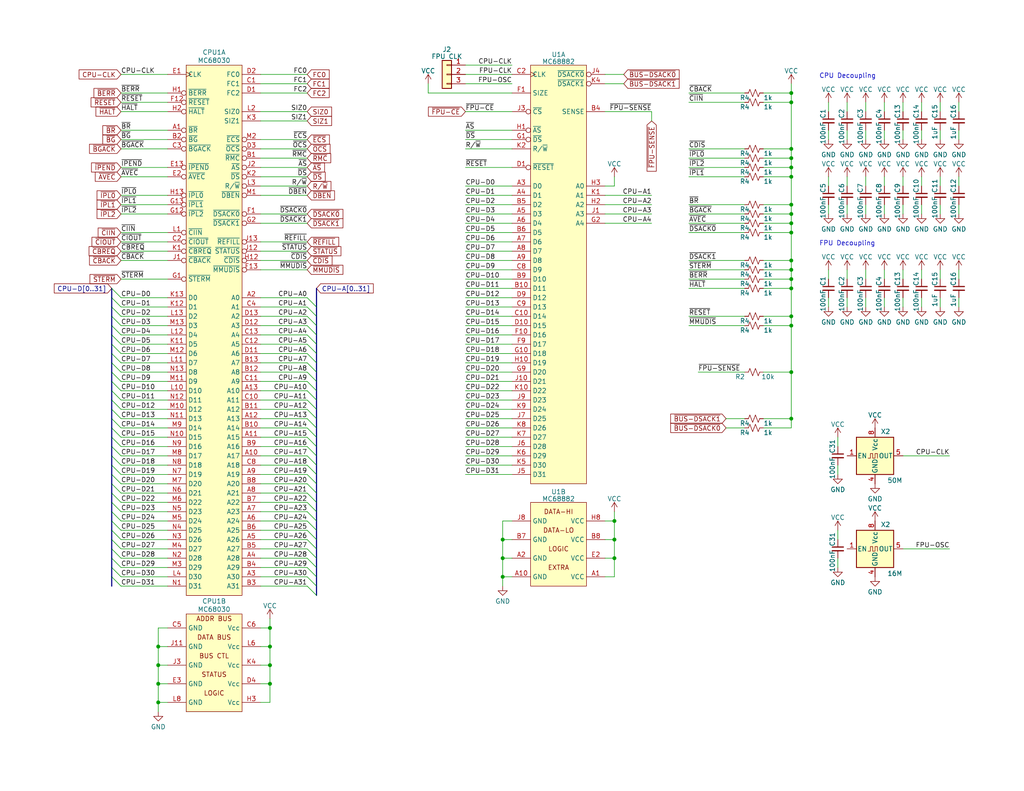
<source format=kicad_sch>
(kicad_sch (version 20230121) (generator eeschema)
  (paper "USLetter")
  (title_block (title "Wrap030-ATX Mainboard") (date "2023-03-26") (rev "1") (company "techav"))
  (junction (at 215.9 86.36))
  (junction (at 73.66 186.69))
  (junction (at 73.66 176.53))
  (junction (at 215.9 88.9))
  (junction (at 215.9 27.94))
  (junction (at 137.16 147.32))
  (junction (at 137.16 157.48))
  (junction (at 137.16 152.4))
  (junction (at 215.9 55.88))
  (junction (at 215.9 101.6))
  (junction (at 43.18 181.61))
  (junction (at 215.9 71.12))
  (junction (at 43.18 186.69))
  (junction (at 167.64 142.24))
  (junction (at 215.9 114.3))
  (junction (at 167.64 152.4))
  (junction (at 215.9 25.4))
  (junction (at 73.66 181.61))
  (junction (at 215.9 45.72))
  (junction (at 215.9 48.26))
  (junction (at 73.66 171.45))
  (junction (at 215.9 43.18))
  (junction (at 215.9 60.96))
  (junction (at 215.9 76.2))
  (junction (at 215.9 63.5))
  (junction (at 43.18 191.77))
  (junction (at 215.9 58.42))
  (junction (at 215.9 73.66))
  (junction (at 215.9 40.64))
  (junction (at 43.18 176.53))
  (junction (at 167.64 147.32))
  (junction (at 215.9 78.74))
  (bus_entry (at 83.82 121.92) (size 2.54 2.54))
  (bus_entry (at 83.82 132.08) (size 2.54 2.54))
  (bus_entry (at 30.48 127) (size 2.54 2.54))
  (bus_entry (at 30.48 147.32) (size 2.54 2.54))
  (bus_entry (at 83.82 101.6) (size 2.54 2.54))
  (bus_entry (at 83.82 157.48) (size 2.54 2.54))
  (bus_entry (at 83.82 116.84) (size 2.54 2.54))
  (bus_entry (at 30.48 104.14) (size 2.54 2.54))
  (bus_entry (at 30.48 132.08) (size 2.54 2.54))
  (bus_entry (at 83.82 142.24) (size 2.54 2.54))
  (bus_entry (at 83.82 139.7) (size 2.54 2.54))
  (bus_entry (at 30.48 154.94) (size 2.54 2.54))
  (bus_entry (at 83.82 111.76) (size 2.54 2.54))
  (bus_entry (at 83.82 93.98) (size 2.54 2.54))
  (bus_entry (at 30.48 88.9) (size 2.54 2.54))
  (bus_entry (at 30.48 124.46) (size 2.54 2.54))
  (bus_entry (at 30.48 152.4) (size 2.54 2.54))
  (bus_entry (at 30.48 109.22) (size 2.54 2.54))
  (bus_entry (at 30.48 81.28) (size 2.54 2.54))
  (bus_entry (at 83.82 109.22) (size 2.54 2.54))
  (bus_entry (at 30.48 96.52) (size 2.54 2.54))
  (bus_entry (at 83.82 99.06) (size 2.54 2.54))
  (bus_entry (at 30.48 121.92) (size 2.54 2.54))
  (bus_entry (at 30.48 129.54) (size 2.54 2.54))
  (bus_entry (at 30.48 99.06) (size 2.54 2.54))
  (bus_entry (at 30.48 93.98) (size 2.54 2.54))
  (bus_entry (at 30.48 137.16) (size 2.54 2.54))
  (bus_entry (at 83.82 144.78) (size 2.54 2.54))
  (bus_entry (at 83.82 104.14) (size 2.54 2.54))
  (bus_entry (at 83.82 160.02) (size 2.54 2.54))
  (bus_entry (at 83.82 137.16) (size 2.54 2.54))
  (bus_entry (at 30.48 101.6) (size 2.54 2.54))
  (bus_entry (at 30.48 142.24) (size 2.54 2.54))
  (bus_entry (at 83.82 147.32) (size 2.54 2.54))
  (bus_entry (at 30.48 111.76) (size 2.54 2.54))
  (bus_entry (at 30.48 144.78) (size 2.54 2.54))
  (bus_entry (at 30.48 149.86) (size 2.54 2.54))
  (bus_entry (at 83.82 83.82) (size 2.54 2.54))
  (bus_entry (at 30.48 157.48) (size 2.54 2.54))
  (bus_entry (at 83.82 106.68) (size 2.54 2.54))
  (bus_entry (at 83.82 91.44) (size 2.54 2.54))
  (bus_entry (at 30.48 116.84) (size 2.54 2.54))
  (bus_entry (at 83.82 149.86) (size 2.54 2.54))
  (bus_entry (at 30.48 139.7) (size 2.54 2.54))
  (bus_entry (at 83.82 134.62) (size 2.54 2.54))
  (bus_entry (at 83.82 119.38) (size 2.54 2.54))
  (bus_entry (at 83.82 114.3) (size 2.54 2.54))
  (bus_entry (at 30.48 119.38) (size 2.54 2.54))
  (bus_entry (at 83.82 81.28) (size 2.54 2.54))
  (bus_entry (at 83.82 129.54) (size 2.54 2.54))
  (bus_entry (at 83.82 152.4) (size 2.54 2.54))
  (bus_entry (at 30.48 86.36) (size 2.54 2.54))
  (bus_entry (at 30.48 134.62) (size 2.54 2.54))
  (bus_entry (at 83.82 86.36) (size 2.54 2.54))
  (bus_entry (at 83.82 154.94) (size 2.54 2.54))
  (bus_entry (at 30.48 91.44) (size 2.54 2.54))
  (bus_entry (at 83.82 127) (size 2.54 2.54))
  (bus_entry (at 30.48 114.3) (size 2.54 2.54))
  (bus_entry (at 30.48 83.82) (size 2.54 2.54))
  (bus_entry (at 83.82 88.9) (size 2.54 2.54))
  (bus_entry (at 30.48 78.74) (size 2.54 2.54))
  (bus_entry (at 30.48 106.68) (size 2.54 2.54))
  (bus_entry (at 83.82 96.52) (size 2.54 2.54))
  (bus_entry (at 83.82 124.46) (size 2.54 2.54))
  (wire (pts (xy 127 63.5) (xy 139.7 63.5)))
  (wire (pts (xy 203.2 88.9) (xy 187.96 88.9)))
  (wire (pts (xy 251.46 48.26) (xy 251.46 50.8)))
  (wire (pts (xy 208.28 73.66) (xy 215.9 73.66)))
  (bus (pts (xy 86.36 83.82) (xy 86.36 86.36)))
  (wire (pts (xy 73.66 171.45) (xy 73.66 176.53)))
  (wire (pts (xy 71.12 25.4) (xy 83.82 25.4)))
  (wire (pts (xy 127 53.34) (xy 139.7 53.34)))
  (wire (pts (xy 33.02 93.98) (xy 45.72 93.98)))
  (wire (pts (xy 71.12 22.86) (xy 83.82 22.86)))
  (wire (pts (xy 71.12 114.3) (xy 83.82 114.3)))
  (wire (pts (xy 33.02 116.84) (xy 45.72 116.84)))
  (wire (pts (xy 256.54 48.26) (xy 256.54 50.8)))
  (bus (pts (xy 86.36 88.9) (xy 86.36 91.44)))
  (bus (pts (xy 30.48 132.08) (xy 30.48 129.54)))
  (wire (pts (xy 71.12 139.7) (xy 83.82 139.7)))
  (wire (pts (xy 127 124.46) (xy 139.7 124.46)))
  (wire (pts (xy 116.84 22.86) (xy 116.84 25.4)))
  (wire (pts (xy 165.1 157.48) (xy 167.64 157.48)))
  (wire (pts (xy 226.06 58.42) (xy 226.06 55.88)))
  (bus (pts (xy 86.36 142.24) (xy 86.36 144.78)))
  (bus (pts (xy 30.48 129.54) (xy 30.48 127)))
  (wire (pts (xy 208.28 55.88) (xy 215.9 55.88)))
  (wire (pts (xy 33.02 104.14) (xy 45.72 104.14)))
  (bus (pts (xy 86.36 144.78) (xy 86.36 147.32)))
  (wire (pts (xy 208.28 48.26) (xy 215.9 48.26)))
  (wire (pts (xy 127 45.72) (xy 139.7 45.72)))
  (wire (pts (xy 43.18 176.53) (xy 43.18 181.61)))
  (wire (pts (xy 71.12 127) (xy 83.82 127)))
  (wire (pts (xy 33.02 68.58) (xy 45.72 68.58)))
  (wire (pts (xy 167.64 142.24) (xy 167.64 139.7)))
  (wire (pts (xy 236.22 73.66) (xy 236.22 76.2)))
  (wire (pts (xy 71.12 121.92) (xy 83.82 121.92)))
  (wire (pts (xy 226.06 27.94) (xy 226.06 30.48)))
  (bus (pts (xy 30.48 111.76) (xy 30.48 109.22)))
  (wire (pts (xy 33.02 40.64) (xy 45.72 40.64)))
  (wire (pts (xy 137.16 152.4) (xy 139.7 152.4)))
  (wire (pts (xy 33.02 35.56) (xy 45.72 35.56)))
  (wire (pts (xy 71.12 99.06) (xy 83.82 99.06)))
  (bus (pts (xy 30.48 152.4) (xy 30.48 149.86)))
  (bus (pts (xy 86.36 137.16) (xy 86.36 139.7)))
  (wire (pts (xy 215.9 25.4) (xy 215.9 27.94)))
  (bus (pts (xy 30.48 142.24) (xy 30.48 139.7)))
  (wire (pts (xy 215.9 45.72) (xy 215.9 48.26)))
  (wire (pts (xy 256.54 83.82) (xy 256.54 81.28)))
  (bus (pts (xy 30.48 160.02) (xy 30.48 157.48)))
  (wire (pts (xy 71.12 134.62) (xy 83.82 134.62)))
  (wire (pts (xy 236.22 27.94) (xy 236.22 30.48)))
  (wire (pts (xy 71.12 129.54) (xy 83.82 129.54)))
  (bus (pts (xy 30.48 134.62) (xy 30.48 132.08)))
  (wire (pts (xy 71.12 40.64) (xy 83.82 40.64)))
  (wire (pts (xy 71.12 132.08) (xy 83.82 132.08)))
  (wire (pts (xy 71.12 116.84) (xy 83.82 116.84)))
  (wire (pts (xy 127 104.14) (xy 139.7 104.14)))
  (wire (pts (xy 259.08 149.86) (xy 246.38 149.86)))
  (wire (pts (xy 208.28 116.84) (xy 215.9 116.84)))
  (wire (pts (xy 33.02 30.48) (xy 45.72 30.48)))
  (wire (pts (xy 215.9 58.42) (xy 215.9 60.96)))
  (wire (pts (xy 231.14 58.42) (xy 231.14 55.88)))
  (wire (pts (xy 215.9 71.12) (xy 215.9 73.66)))
  (wire (pts (xy 226.06 38.1) (xy 226.06 35.56)))
  (wire (pts (xy 33.02 101.6) (xy 45.72 101.6)))
  (wire (pts (xy 33.02 81.28) (xy 45.72 81.28)))
  (wire (pts (xy 33.02 149.86) (xy 45.72 149.86)))
  (wire (pts (xy 215.9 48.26) (xy 215.9 55.88)))
  (wire (pts (xy 139.7 38.1) (xy 127 38.1)))
  (wire (pts (xy 127 86.36) (xy 139.7 86.36)))
  (bus (pts (xy 86.36 134.62) (xy 86.36 137.16)))
  (wire (pts (xy 71.12 149.86) (xy 83.82 149.86)))
  (bus (pts (xy 30.48 114.3) (xy 30.48 111.76)))
  (wire (pts (xy 228.6 129.54) (xy 228.6 127)))
  (wire (pts (xy 187.96 73.66) (xy 203.2 73.66)))
  (wire (pts (xy 33.02 139.7) (xy 45.72 139.7)))
  (wire (pts (xy 246.38 38.1) (xy 246.38 35.56)))
  (bus (pts (xy 86.36 78.74) (xy 86.36 83.82)))
  (wire (pts (xy 71.12 38.1) (xy 83.82 38.1)))
  (wire (pts (xy 127 109.22) (xy 139.7 109.22)))
  (wire (pts (xy 71.12 109.22) (xy 83.82 109.22)))
  (bus (pts (xy 86.36 104.14) (xy 86.36 106.68)))
  (wire (pts (xy 33.02 121.92) (xy 45.72 121.92)))
  (wire (pts (xy 215.9 43.18) (xy 215.9 45.72)))
  (wire (pts (xy 71.12 48.26) (xy 83.82 48.26)))
  (wire (pts (xy 251.46 83.82) (xy 251.46 81.28)))
  (wire (pts (xy 71.12 58.42) (xy 83.82 58.42)))
  (wire (pts (xy 261.62 83.82) (xy 261.62 81.28)))
  (wire (pts (xy 127 116.84) (xy 139.7 116.84)))
  (wire (pts (xy 33.02 86.36) (xy 45.72 86.36)))
  (wire (pts (xy 127 55.88) (xy 139.7 55.88)))
  (wire (pts (xy 33.02 152.4) (xy 45.72 152.4)))
  (wire (pts (xy 127 73.66) (xy 139.7 73.66)))
  (wire (pts (xy 241.3 83.82) (xy 241.3 81.28)))
  (wire (pts (xy 165.1 142.24) (xy 167.64 142.24)))
  (bus (pts (xy 86.36 96.52) (xy 86.36 99.06)))
  (bus (pts (xy 86.36 121.92) (xy 86.36 124.46)))
  (wire (pts (xy 33.02 55.88) (xy 45.72 55.88)))
  (wire (pts (xy 127 81.28) (xy 139.7 81.28)))
  (bus (pts (xy 30.48 147.32) (xy 30.48 144.78)))
  (wire (pts (xy 33.02 66.04) (xy 45.72 66.04)))
  (wire (pts (xy 231.14 48.26) (xy 231.14 50.8)))
  (wire (pts (xy 71.12 30.48) (xy 83.82 30.48)))
  (wire (pts (xy 33.02 147.32) (xy 45.72 147.32)))
  (wire (pts (xy 215.9 63.5) (xy 215.9 71.12)))
  (wire (pts (xy 241.3 73.66) (xy 241.3 76.2)))
  (wire (pts (xy 45.72 191.77) (xy 43.18 191.77)))
  (bus (pts (xy 30.48 116.84) (xy 30.48 114.3)))
  (bus (pts (xy 86.36 86.36) (xy 86.36 88.9)))
  (wire (pts (xy 33.02 71.12) (xy 45.72 71.12)))
  (wire (pts (xy 165.1 60.96) (xy 177.8 60.96)))
  (wire (pts (xy 187.96 60.96) (xy 203.2 60.96)))
  (wire (pts (xy 71.12 71.12) (xy 83.82 71.12)))
  (wire (pts (xy 203.2 40.64) (xy 187.96 40.64)))
  (wire (pts (xy 241.3 27.94) (xy 241.3 30.48)))
  (bus (pts (xy 30.48 137.16) (xy 30.48 134.62)))
  (wire (pts (xy 33.02 88.9) (xy 45.72 88.9)))
  (wire (pts (xy 203.2 71.12) (xy 187.96 71.12)))
  (wire (pts (xy 208.28 45.72) (xy 215.9 45.72)))
  (wire (pts (xy 256.54 58.42) (xy 256.54 55.88)))
  (wire (pts (xy 33.02 160.02) (xy 45.72 160.02)))
  (bus (pts (xy 30.48 139.7) (xy 30.48 137.16)))
  (bus (pts (xy 86.36 109.22) (xy 86.36 111.76)))
  (bus (pts (xy 30.48 149.86) (xy 30.48 147.32)))
  (bus (pts (xy 86.36 106.68) (xy 86.36 109.22)))
  (wire (pts (xy 208.28 27.94) (xy 215.9 27.94)))
  (wire (pts (xy 33.02 144.78) (xy 45.72 144.78)))
  (bus (pts (xy 30.48 99.06) (xy 30.48 96.52)))
  (wire (pts (xy 43.18 186.69) (xy 43.18 191.77)))
  (wire (pts (xy 236.22 83.82) (xy 236.22 81.28)))
  (wire (pts (xy 208.28 25.4) (xy 215.9 25.4)))
  (wire (pts (xy 71.12 119.38) (xy 83.82 119.38)))
  (wire (pts (xy 165.1 55.88) (xy 177.8 55.88)))
  (wire (pts (xy 208.28 63.5) (xy 215.9 63.5)))
  (bus (pts (xy 86.36 157.48) (xy 86.36 160.02)))
  (wire (pts (xy 33.02 76.2) (xy 45.72 76.2)))
  (wire (pts (xy 215.9 27.94) (xy 215.9 40.64)))
  (wire (pts (xy 127 76.2) (xy 139.7 76.2)))
  (bus (pts (xy 86.36 154.94) (xy 86.36 157.48)))
  (wire (pts (xy 73.66 176.53) (xy 73.66 181.61)))
  (wire (pts (xy 231.14 83.82) (xy 231.14 81.28)))
  (wire (pts (xy 228.6 119.38) (xy 228.6 121.92)))
  (wire (pts (xy 187.96 48.26) (xy 203.2 48.26)))
  (wire (pts (xy 71.12 106.68) (xy 83.82 106.68)))
  (wire (pts (xy 251.46 27.94) (xy 251.46 30.48)))
  (wire (pts (xy 33.02 132.08) (xy 45.72 132.08)))
  (wire (pts (xy 127 68.58) (xy 139.7 68.58)))
  (wire (pts (xy 71.12 137.16) (xy 83.82 137.16)))
  (bus (pts (xy 86.36 139.7) (xy 86.36 142.24)))
  (wire (pts (xy 33.02 27.94) (xy 45.72 27.94)))
  (wire (pts (xy 71.12 88.9) (xy 83.82 88.9)))
  (wire (pts (xy 33.02 91.44) (xy 45.72 91.44)))
  (wire (pts (xy 228.6 154.94) (xy 228.6 152.4)))
  (wire (pts (xy 71.12 50.8) (xy 83.82 50.8)))
  (wire (pts (xy 187.96 78.74) (xy 203.2 78.74)))
  (wire (pts (xy 33.02 114.3) (xy 45.72 114.3)))
  (wire (pts (xy 208.28 58.42) (xy 215.9 58.42)))
  (bus (pts (xy 86.36 132.08) (xy 86.36 134.62)))
  (wire (pts (xy 33.02 99.06) (xy 45.72 99.06)))
  (wire (pts (xy 127 78.74) (xy 139.7 78.74)))
  (wire (pts (xy 246.38 27.94) (xy 246.38 30.48)))
  (wire (pts (xy 261.62 73.66) (xy 261.62 76.2)))
  (bus (pts (xy 86.36 147.32) (xy 86.36 149.86)))
  (wire (pts (xy 167.64 50.8) (xy 165.1 50.8)))
  (wire (pts (xy 137.16 157.48) (xy 137.16 160.02)))
  (bus (pts (xy 30.48 144.78) (xy 30.48 142.24)))
  (wire (pts (xy 187.96 55.88) (xy 203.2 55.88)))
  (bus (pts (xy 30.48 86.36) (xy 30.48 83.82)))
  (wire (pts (xy 137.16 152.4) (xy 137.16 157.48)))
  (wire (pts (xy 73.66 181.61) (xy 73.66 186.69)))
  (wire (pts (xy 165.1 58.42) (xy 177.8 58.42)))
  (wire (pts (xy 71.12 53.34) (xy 83.82 53.34)))
  (wire (pts (xy 208.28 76.2) (xy 215.9 76.2)))
  (wire (pts (xy 127 30.48) (xy 139.7 30.48)))
  (wire (pts (xy 241.3 48.26) (xy 241.3 50.8)))
  (bus (pts (xy 86.36 129.54) (xy 86.36 132.08)))
  (wire (pts (xy 167.64 142.24) (xy 167.64 147.32)))
  (wire (pts (xy 71.12 157.48) (xy 83.82 157.48)))
  (wire (pts (xy 71.12 104.14) (xy 83.82 104.14)))
  (wire (pts (xy 71.12 43.18) (xy 83.82 43.18)))
  (wire (pts (xy 71.12 81.28) (xy 83.82 81.28)))
  (wire (pts (xy 33.02 45.72) (xy 45.72 45.72)))
  (wire (pts (xy 33.02 134.62) (xy 45.72 134.62)))
  (wire (pts (xy 256.54 38.1) (xy 256.54 35.56)))
  (wire (pts (xy 33.02 119.38) (xy 45.72 119.38)))
  (bus (pts (xy 30.48 81.28) (xy 30.48 78.74)))
  (wire (pts (xy 33.02 25.4) (xy 45.72 25.4)))
  (bus (pts (xy 30.48 91.44) (xy 30.48 88.9)))
  (wire (pts (xy 261.62 27.94) (xy 261.62 30.48)))
  (wire (pts (xy 226.06 48.26) (xy 226.06 50.8)))
  (wire (pts (xy 33.02 124.46) (xy 45.72 124.46)))
  (wire (pts (xy 241.3 58.42) (xy 241.3 55.88)))
  (wire (pts (xy 33.02 154.94) (xy 45.72 154.94)))
  (bus (pts (xy 86.36 111.76) (xy 86.36 114.3)))
  (wire (pts (xy 71.12 96.52) (xy 83.82 96.52)))
  (wire (pts (xy 203.2 116.84) (xy 198.12 116.84)))
  (wire (pts (xy 127 20.32) (xy 139.7 20.32)))
  (bus (pts (xy 30.48 109.22) (xy 30.48 106.68)))
  (wire (pts (xy 251.46 73.66) (xy 251.46 76.2)))
  (wire (pts (xy 127 119.38) (xy 139.7 119.38)))
  (wire (pts (xy 71.12 176.53) (xy 73.66 176.53)))
  (wire (pts (xy 139.7 35.56) (xy 127 35.56)))
  (wire (pts (xy 33.02 58.42) (xy 45.72 58.42)))
  (wire (pts (xy 71.12 66.04) (xy 83.82 66.04)))
  (wire (pts (xy 71.12 111.76) (xy 83.82 111.76)))
  (wire (pts (xy 139.7 17.78) (xy 127 17.78)))
  (bus (pts (xy 30.48 119.38) (xy 30.48 116.84)))
  (bus (pts (xy 86.36 99.06) (xy 86.36 101.6)))
  (wire (pts (xy 203.2 114.3) (xy 198.12 114.3)))
  (wire (pts (xy 261.62 58.42) (xy 261.62 55.88)))
  (wire (pts (xy 215.9 86.36) (xy 215.9 88.9)))
  (bus (pts (xy 30.48 124.46) (xy 30.48 121.92)))
  (bus (pts (xy 30.48 157.48) (xy 30.48 154.94)))
  (wire (pts (xy 187.96 27.94) (xy 203.2 27.94)))
  (bus (pts (xy 86.36 91.44) (xy 86.36 93.98)))
  (wire (pts (xy 231.14 27.94) (xy 231.14 30.48)))
  (wire (pts (xy 187.96 45.72) (xy 203.2 45.72)))
  (wire (pts (xy 127 83.82) (xy 139.7 83.82)))
  (wire (pts (xy 127 58.42) (xy 139.7 58.42)))
  (wire (pts (xy 43.18 186.69) (xy 45.72 186.69)))
  (wire (pts (xy 203.2 101.6) (xy 190.5 101.6)))
  (wire (pts (xy 71.12 154.94) (xy 83.82 154.94)))
  (wire (pts (xy 127 101.6) (xy 139.7 101.6)))
  (wire (pts (xy 127 99.06) (xy 139.7 99.06)))
  (bus (pts (xy 86.36 93.98) (xy 86.36 96.52)))
  (wire (pts (xy 226.06 73.66) (xy 226.06 76.2)))
  (wire (pts (xy 33.02 137.16) (xy 45.72 137.16)))
  (wire (pts (xy 215.9 76.2) (xy 215.9 78.74)))
  (wire (pts (xy 33.02 48.26) (xy 45.72 48.26)))
  (bus (pts (xy 30.48 121.92) (xy 30.48 119.38)))
  (wire (pts (xy 127 106.68) (xy 139.7 106.68)))
  (wire (pts (xy 165.1 53.34) (xy 177.8 53.34)))
  (wire (pts (xy 139.7 40.64) (xy 127 40.64)))
  (wire (pts (xy 246.38 83.82) (xy 246.38 81.28)))
  (wire (pts (xy 71.12 33.02) (xy 83.82 33.02)))
  (wire (pts (xy 187.96 86.36) (xy 203.2 86.36)))
  (bus (pts (xy 30.48 106.68) (xy 30.48 104.14)))
  (wire (pts (xy 127 93.98) (xy 139.7 93.98)))
  (bus (pts (xy 86.36 124.46) (xy 86.36 127)))
  (wire (pts (xy 236.22 58.42) (xy 236.22 55.88)))
  (wire (pts (xy 246.38 48.26) (xy 246.38 50.8)))
  (wire (pts (xy 215.9 116.84) (xy 215.9 114.3)))
  (bus (pts (xy 30.48 101.6) (xy 30.48 99.06)))
  (bus (pts (xy 30.48 93.98) (xy 30.48 91.44)))
  (wire (pts (xy 43.18 181.61) (xy 43.18 186.69)))
  (wire (pts (xy 139.7 22.86) (xy 127 22.86)))
  (wire (pts (xy 71.12 181.61) (xy 73.66 181.61)))
  (wire (pts (xy 73.66 171.45) (xy 73.66 168.91)))
  (wire (pts (xy 261.62 38.1) (xy 261.62 35.56)))
  (wire (pts (xy 167.64 48.26) (xy 167.64 50.8)))
  (wire (pts (xy 215.9 114.3) (xy 215.9 101.6)))
  (wire (pts (xy 208.28 86.36) (xy 215.9 86.36)))
  (wire (pts (xy 208.28 60.96) (xy 215.9 60.96)))
  (wire (pts (xy 73.66 191.77) (xy 73.66 186.69)))
  (wire (pts (xy 259.08 124.46) (xy 246.38 124.46)))
  (wire (pts (xy 228.6 144.78) (xy 228.6 147.32)))
  (wire (pts (xy 208.28 78.74) (xy 215.9 78.74)))
  (wire (pts (xy 45.72 171.45) (xy 43.18 171.45)))
  (wire (pts (xy 127 121.92) (xy 139.7 121.92)))
  (wire (pts (xy 127 88.9) (xy 139.7 88.9)))
  (wire (pts (xy 71.12 20.32) (xy 83.82 20.32)))
  (bus (pts (xy 86.36 127) (xy 86.36 129.54)))
  (wire (pts (xy 33.02 127) (xy 45.72 127)))
  (wire (pts (xy 127 50.8) (xy 139.7 50.8)))
  (wire (pts (xy 33.02 109.22) (xy 45.72 109.22)))
  (wire (pts (xy 165.1 22.86) (xy 170.18 22.86)))
  (wire (pts (xy 251.46 38.1) (xy 251.46 35.56)))
  (wire (pts (xy 71.12 152.4) (xy 83.82 152.4)))
  (wire (pts (xy 203.2 63.5) (xy 187.96 63.5)))
  (wire (pts (xy 167.64 152.4) (xy 167.64 157.48)))
  (wire (pts (xy 165.1 30.48) (xy 177.8 30.48)))
  (wire (pts (xy 127 114.3) (xy 139.7 114.3)))
  (wire (pts (xy 187.96 43.18) (xy 203.2 43.18)))
  (bus (pts (xy 30.48 83.82) (xy 30.48 81.28)))
  (wire (pts (xy 236.22 48.26) (xy 236.22 50.8)))
  (wire (pts (xy 231.14 38.1) (xy 231.14 35.56)))
  (wire (pts (xy 127 129.54) (xy 139.7 129.54)))
  (wire (pts (xy 127 60.96) (xy 139.7 60.96)))
  (wire (pts (xy 137.16 147.32) (xy 137.16 152.4)))
  (wire (pts (xy 43.18 191.77) (xy 43.18 194.31)))
  (wire (pts (xy 241.3 38.1) (xy 241.3 35.56)))
  (wire (pts (xy 215.9 55.88) (xy 215.9 58.42)))
  (wire (pts (xy 246.38 58.42) (xy 246.38 55.88)))
  (wire (pts (xy 33.02 53.34) (xy 45.72 53.34)))
  (wire (pts (xy 71.12 101.6) (xy 83.82 101.6)))
  (wire (pts (xy 71.12 147.32) (xy 83.82 147.32)))
  (bus (pts (xy 30.48 96.52) (xy 30.48 93.98)))
  (wire (pts (xy 246.38 73.66) (xy 246.38 76.2)))
  (wire (pts (xy 177.8 30.48) (xy 177.8 33.02)))
  (wire (pts (xy 208.28 101.6) (xy 215.9 101.6)))
  (wire (pts (xy 208.28 114.3) (xy 215.9 114.3)))
  (wire (pts (xy 256.54 27.94) (xy 256.54 30.48)))
  (wire (pts (xy 187.96 58.42) (xy 203.2 58.42)))
  (bus (pts (xy 30.48 88.9) (xy 30.48 86.36)))
  (wire (pts (xy 71.12 186.69) (xy 73.66 186.69)))
  (wire (pts (xy 226.06 83.82) (xy 226.06 81.28)))
  (wire (pts (xy 208.28 71.12) (xy 215.9 71.12)))
  (wire (pts (xy 208.28 43.18) (xy 215.9 43.18)))
  (wire (pts (xy 71.12 160.02) (xy 83.82 160.02)))
  (wire (pts (xy 71.12 171.45) (xy 73.66 171.45)))
  (bus (pts (xy 30.48 154.94) (xy 30.48 152.4)))
  (wire (pts (xy 71.12 191.77) (xy 73.66 191.77)))
  (wire (pts (xy 71.12 68.58) (xy 83.82 68.58)))
  (wire (pts (xy 215.9 78.74) (xy 215.9 86.36)))
  (wire (pts (xy 261.62 48.26) (xy 261.62 50.8)))
  (wire (pts (xy 137.16 142.24) (xy 137.16 147.32)))
  (wire (pts (xy 208.28 40.64) (xy 215.9 40.64)))
  (wire (pts (xy 71.12 83.82) (xy 83.82 83.82)))
  (wire (pts (xy 33.02 111.76) (xy 45.72 111.76)))
  (wire (pts (xy 139.7 157.48) (xy 137.16 157.48)))
  (wire (pts (xy 231.14 73.66) (xy 231.14 76.2)))
  (wire (pts (xy 71.12 142.24) (xy 83.82 142.24)))
  (wire (pts (xy 71.12 45.72) (xy 83.82 45.72)))
  (wire (pts (xy 215.9 88.9) (xy 215.9 101.6)))
  (wire (pts (xy 165.1 20.32) (xy 170.18 20.32)))
  (wire (pts (xy 33.02 63.5) (xy 45.72 63.5)))
  (wire (pts (xy 165.1 152.4) (xy 167.64 152.4)))
  (bus (pts (xy 86.36 116.84) (xy 86.36 119.38)))
  (wire (pts (xy 127 71.12) (xy 139.7 71.12)))
  (wire (pts (xy 127 66.04) (xy 139.7 66.04)))
  (bus (pts (xy 86.36 119.38) (xy 86.36 121.92)))
  (wire (pts (xy 33.02 38.1) (xy 45.72 38.1)))
  (wire (pts (xy 215.9 40.64) (xy 215.9 43.18)))
  (wire (pts (xy 127 127) (xy 139.7 127)))
  (wire (pts (xy 116.84 25.4) (xy 139.7 25.4)))
  (wire (pts (xy 33.02 142.24) (xy 45.72 142.24)))
  (wire (pts (xy 137.16 147.32) (xy 139.7 147.32)))
  (wire (pts (xy 33.02 83.82) (xy 45.72 83.82)))
  (wire (pts (xy 215.9 22.86) (xy 215.9 25.4)))
  (wire (pts (xy 236.22 38.1) (xy 236.22 35.56)))
  (wire (pts (xy 33.02 20.32) (xy 45.72 20.32)))
  (bus (pts (xy 86.36 152.4) (xy 86.36 154.94)))
  (wire (pts (xy 187.96 76.2) (xy 203.2 76.2)))
  (wire (pts (xy 167.64 147.32) (xy 167.64 152.4)))
  (wire (pts (xy 33.02 129.54) (xy 45.72 129.54)))
  (wire (pts (xy 127 111.76) (xy 139.7 111.76)))
  (wire (pts (xy 165.1 147.32) (xy 167.64 147.32)))
  (bus (pts (xy 86.36 101.6) (xy 86.36 104.14)))
  (wire (pts (xy 71.12 60.96) (xy 83.82 60.96)))
  (wire (pts (xy 71.12 93.98) (xy 83.82 93.98)))
  (wire (pts (xy 33.02 106.68) (xy 45.72 106.68)))
  (wire (pts (xy 215.9 73.66) (xy 215.9 76.2)))
  (wire (pts (xy 71.12 144.78) (xy 83.82 144.78)))
  (wire (pts (xy 33.02 157.48) (xy 45.72 157.48)))
  (wire (pts (xy 187.96 25.4) (xy 203.2 25.4)))
  (wire (pts (xy 251.46 58.42) (xy 251.46 55.88)))
  (wire (pts (xy 208.28 88.9) (xy 215.9 88.9)))
  (wire (pts (xy 71.12 86.36) (xy 83.82 86.36)))
  (bus (pts (xy 30.48 127) (xy 30.48 124.46)))
  (bus (pts (xy 86.36 149.86) (xy 86.36 152.4)))
  (wire (pts (xy 43.18 181.61) (xy 45.72 181.61)))
  (wire (pts (xy 127 96.52) (xy 139.7 96.52)))
  (wire (pts (xy 71.12 124.46) (xy 83.82 124.46)))
  (bus (pts (xy 86.36 114.3) (xy 86.36 116.84)))
  (bus (pts (xy 30.48 104.14) (xy 30.48 101.6)))
  (wire (pts (xy 71.12 73.66) (xy 83.82 73.66)))
  (wire (pts (xy 43.18 176.53) (xy 45.72 176.53)))
  (wire (pts (xy 127 91.44) (xy 139.7 91.44)))
  (wire (pts (xy 215.9 60.96) (xy 215.9 63.5)))
  (wire (pts (xy 137.16 142.24) (xy 139.7 142.24)))
  (bus (pts (xy 86.36 160.02) (xy 86.36 162.56)))
  (wire (pts (xy 71.12 91.44) (xy 83.82 91.44)))
  (wire (pts (xy 33.02 96.52) (xy 45.72 96.52)))
  (wire (pts (xy 43.18 171.45) (xy 43.18 176.53)))
  (wire (pts (xy 256.54 73.66) (xy 256.54 76.2)))
  (text "FPU Decoupling" (at 223.52 67.31 0) (effects (font (size 1.27 1.27)) (justify left bottom)))
  (text "CPU Decoupling" (at 223.52 21.59 0) (effects (font (size 1.27 1.27)) (justify left bottom)))
  (label "CPU-D7" (at 33.02 99.06 0))
  (label "~{OCS}" (at 83.82 40.64 180))
  (label "CPU-D0" (at 127 50.8 0))
  (label "CPU-A1" (at 177.8 53.34 180))
  (label "~{HALT}" (at 33.02 30.48 0))
  (label "~{BGACK}" (at 187.96 58.42 0))
  (label "~{FPU-SENSE}" (at 190.5 101.6 0))
  (label "CPU-D2" (at 33.02 86.36 0))
  (label "CPU-D15" (at 127 88.9 0))
  (label "CPU-D29" (at 33.02 154.94 0))
  (label "CPU-D18" (at 33.02 127 0))
  (label "CPU-A2" (at 83.82 86.36 180))
  (label "~{DSACK0}" (at 187.96 63.5 0))
  (label "CPU-D26" (at 33.02 147.32 0))
  (label "CPU-A7" (at 83.82 99.06 180))
  (label "CPU-D3" (at 127 58.42 0))
  (label "CPU-D24" (at 33.02 142.24 0))
  (label "~{DBEN}" (at 83.82 53.34 180))
  (label "CPU-D12" (at 127 81.28 0))
  (label "CPU-D30" (at 127 127 0))
  (label "CPU-D23" (at 33.02 139.7 0))
  (label "R{slash}~{W}" (at 83.82 50.8 180))
  (label "CPU-D6" (at 33.02 96.52 0))
  (label "~{IPEND}" (at 33.02 45.72 0))
  (label "~{DSACK1}" (at 83.82 60.96 180))
  (label "CPU-A28" (at 83.82 152.4 180))
  (label "CPU-D13" (at 33.02 114.3 0))
  (label "CPU-A23" (at 83.82 139.7 180))
  (label "CPU-D21" (at 127 104.14 0))
  (label "~{AS}" (at 83.82 45.72 180))
  (label "CPU-D9" (at 127 73.66 0))
  (label "CPU-D26" (at 127 116.84 0))
  (label "~{REFILL}" (at 83.82 66.04 180))
  (label "CPU-D10" (at 33.02 106.68 0))
  (label "CPU-D20" (at 33.02 132.08 0))
  (label "CPU-A18" (at 83.82 127 180))
  (label "~{CIIN}" (at 33.02 63.5 0))
  (label "~{RMC}" (at 83.82 43.18 180))
  (label "FPU-CLK" (at 139.7 20.32 180))
  (label "CPU-A31" (at 83.82 160.02 180))
  (label "CPU-CLK" (at 259.08 124.46 180))
  (label "CPU-D12" (at 33.02 111.76 0))
  (label "CPU-D24" (at 127 111.76 0))
  (label "SIZ1" (at 83.82 33.02 180))
  (label "CPU-A3" (at 83.82 88.9 180))
  (label "CPU-D6" (at 127 66.04 0))
  (label "CPU-D5" (at 127 63.5 0))
  (label "CPU-D27" (at 33.02 149.86 0))
  (label "CPU-A14" (at 83.82 116.84 180))
  (label "CPU-A24" (at 83.82 142.24 180))
  (label "~{BR}" (at 187.96 55.88 0))
  (label "CPU-D13" (at 127 83.82 0))
  (label "~{AS}" (at 127 35.56 0))
  (label "~{CBREQ}" (at 33.02 68.58 0))
  (label "~{IPL0}" (at 187.96 43.18 0))
  (label "FC2" (at 83.82 25.4 180))
  (label "CPU-CLK" (at 139.7 17.78 180))
  (label "~{RESET}" (at 33.02 27.94 0))
  (label "CPU-D19" (at 127 99.06 0))
  (label "CPU-D16" (at 33.02 121.92 0))
  (label "FC0" (at 83.82 20.32 180))
  (label "CPU-D28" (at 127 121.92 0))
  (label "SIZ0" (at 83.82 30.48 180))
  (label "CPU-A3" (at 177.8 58.42 180))
  (label "CPU-D16" (at 127 91.44 0))
  (label "CPU-A0" (at 83.82 81.28 180))
  (label "CPU-D4" (at 33.02 91.44 0))
  (label "CPU-D9" (at 33.02 104.14 0))
  (label "CPU-A25" (at 83.82 144.78 180))
  (label "CPU-A27" (at 83.82 149.86 180))
  (label "~{IPL2}" (at 33.02 58.42 0))
  (label "CPU-D8" (at 127 71.12 0))
  (label "~{CDIS}" (at 83.82 71.12 180))
  (label "CPU-A9" (at 83.82 104.14 180))
  (label "CPU-A6" (at 83.82 96.52 180))
  (label "~{FPU-CE}" (at 127 30.48 0))
  (label "~{CBACK}" (at 187.96 25.4 0))
  (label "CPU-D19" (at 33.02 129.54 0))
  (label "CPU-D22" (at 127 106.68 0))
  (label "CPU-A5" (at 83.82 93.98 180))
  (label "CPU-D29" (at 127 124.46 0))
  (label "CPU-D5" (at 33.02 93.98 0))
  (label "CPU-A19" (at 83.82 129.54 180))
  (label "CPU-D7" (at 127 68.58 0))
  (label "CPU-D1" (at 127 53.34 0))
  (label "CPU-D15" (at 33.02 119.38 0))
  (label "~{CDIS}" (at 187.96 40.64 0))
  (label "~{DSACK0}" (at 83.82 58.42 180))
  (label "CPU-A20" (at 83.82 132.08 180))
  (label "~{STERM}" (at 33.02 76.2 0))
  (label "~{BERR}" (at 187.96 76.2 0))
  (label "~{DS}" (at 127 38.1 0))
  (label "CPU-D1" (at 33.02 83.82 0))
  (label "CPU-A1" (at 83.82 83.82 180))
  (label "CPU-D22" (at 33.02 137.16 0))
  (label "CPU-D21" (at 33.02 134.62 0))
  (label "CPU-D31" (at 127 129.54 0))
  (label "FPU-OSC" (at 259.08 149.86 180))
  (label "CPU-A8" (at 83.82 101.6 180))
  (label "CPU-A30" (at 83.82 157.48 180))
  (label "CPU-D0" (at 33.02 81.28 0))
  (label "CPU-D11" (at 127 78.74 0))
  (label "~{BR}" (at 33.02 35.56 0))
  (label "~{IPL1}" (at 33.02 55.88 0))
  (label "~{DS}" (at 83.82 48.26 180))
  (label "CPU-D10" (at 127 76.2 0))
  (label "CPU-D31" (at 33.02 160.02 0))
  (label "~{CBACK}" (at 33.02 71.12 0))
  (label "CPU-D14" (at 33.02 116.84 0))
  (label "~{STATUS}" (at 83.82 68.58 180))
  (label "CPU-D25" (at 33.02 144.78 0))
  (label "CPU-D28" (at 33.02 152.4 0))
  (label "CPU-D4" (at 127 60.96 0))
  (label "~{HALT}" (at 187.96 78.74 0))
  (label "CPU-A29" (at 83.82 154.94 180))
  (label "CPU-D23" (at 127 109.22 0))
  (label "CPU-A15" (at 83.82 119.38 180))
  (label "CPU-D17" (at 33.02 124.46 0))
  (label "FC1" (at 83.82 22.86 180))
  (label "~{FPU-SENSE}" (at 177.8 30.48 180))
  (label "CPU-D18" (at 127 96.52 0))
  (label "CPU-D8" (at 33.02 101.6 0))
  (label "CPU-A22" (at 83.82 137.16 180))
  (label "CPU-A12" (at 83.82 111.76 180))
  (label "CPU-A4" (at 177.8 60.96 180))
  (label "~{MMUDIS}" (at 83.82 73.66 180))
  (label "~{RESET}" (at 187.96 86.36 0))
  (label "CPU-D17" (at 127 93.98 0))
  (label "~{IPL2}" (at 187.96 45.72 0))
  (label "CPU-A10" (at 83.82 106.68 180))
  (label "CPU-CLK" (at 33.02 20.32 0))
  (label "~{IPL1}" (at 187.96 48.26 0))
  (label "~{AVEC}" (at 33.02 48.26 0))
  (label "R{slash}~{W}" (at 127 40.64 0))
  (label "~{ECS}" (at 83.82 38.1 180))
  (label "~{STERM}" (at 187.96 73.66 0))
  (label "FPU-OSC" (at 139.7 22.86 180))
  (label "~{MMUDIS}" (at 187.96 88.9 0))
  (label "~{IPL0}" (at 33.02 53.34 0))
  (label "CPU-A16" (at 83.82 121.92 180))
  (label "~{BG}" (at 33.02 38.1 0))
  (label "CPU-A21" (at 83.82 134.62 180))
  (label "CPU-D25" (at 127 114.3 0))
  (label "CPU-A17" (at 83.82 124.46 180))
  (label "CPU-A13" (at 83.82 114.3 180))
  (label "~{RESET}" (at 127 45.72 0))
  (label "CPU-D3" (at 33.02 88.9 0))
  (label "CPU-A2" (at 177.8 55.88 180))
  (label "CPU-D30" (at 33.02 157.48 0))
  (label "CPU-D2" (at 127 55.88 0))
  (label "~{BGACK}" (at 33.02 40.64 0))
  (label "CPU-D20" (at 127 101.6 0))
  (label "CPU-D11" (at 33.02 109.22 0))
  (label "~{CIOUT}" (at 33.02 66.04 0))
  (label "CPU-D14" (at 127 86.36 0))
  (label "CPU-A4" (at 83.82 91.44 180))
  (label "~{CIIN}" (at 187.96 27.94 0))
  (label "CPU-A11" (at 83.82 109.22 180))
  (label "CPU-A26" (at 83.82 147.32 180))
  (label "~{AVEC}" (at 187.96 60.96 0))
  (label "CPU-D27" (at 127 119.38 0))
  (label "~{DSACK1}" (at 187.96 71.12 0))
  (label "~{BERR}" (at 33.02 25.4 0))
  (global_label "~{CIOUT}" (shape input) (at 33.02 66.04 180) (property "Intersheetrefs" "${INTERSHEET_REFS}" (effects hide)))
  (global_label "SIZ0" (shape input) (at 83.82 30.48 0) (property "Intersheetrefs" "${INTERSHEET_REFS}" (effects hide)))
  (global_label "~{IPEND}" (shape input) (at 33.02 45.72 180) (property "Intersheetrefs" "${INTERSHEET_REFS}" (effects hide)))
  (global_label "~{AS}" (shape input) (at 83.82 45.72 0) (property "Intersheetrefs" "${INTERSHEET_REFS}" (effects hide)))
  (global_label "~{BG}" (shape input) (at 33.02 38.1 180) (property "Intersheetrefs" "${INTERSHEET_REFS}" (effects hide)))
  (global_label "~{BERR}" (shape input) (at 33.02 25.4 180) (property "Intersheetrefs" "${INTERSHEET_REFS}" (effects hide)))
  (global_label "~{ECS}" (shape input) (at 83.82 38.1 0) (property "Intersheetrefs" "${INTERSHEET_REFS}" (effects hide)))
  (global_label "~{BUS-DSACK0}" (shape input) (at 198.12 116.84 180) (property "Intersheetrefs" "${INTERSHEET_REFS}" (effects hide)))
  (global_label "FC2" (shape input) (at 83.82 25.4 0) (property "Intersheetrefs" "${INTERSHEET_REFS}" (effects hide)))
  (global_label "~{IPL0}" (shape input) (at 33.02 53.34 180) (property "Intersheetrefs" "${INTERSHEET_REFS}" (effects hide)))
  (global_label "~{HALT}" (shape input) (at 33.02 30.48 180) (property "Intersheetrefs" "${INTERSHEET_REFS}" (effects hide)))
  (global_label "~{BR}" (shape input) (at 33.02 35.56 180) (property "Intersheetrefs" "${INTERSHEET_REFS}" (effects hide)))
  (global_label "SIZ1" (shape input) (at 83.82 33.02 0) (property "Intersheetrefs" "${INTERSHEET_REFS}" (effects hide)))
  (global_label "FC1" (shape input) (at 83.82 22.86 0) (property "Intersheetrefs" "${INTERSHEET_REFS}" (effects hide)))
  (global_label "~{MMUDIS}" (shape input) (at 83.82 73.66 0) (property "Intersheetrefs" "${INTERSHEET_REFS}" (effects hide)))
  (global_label "~{CBREQ}" (shape input) (at 33.02 68.58 180) (property "Intersheetrefs" "${INTERSHEET_REFS}" (effects hide)))
  (global_label "~{CBACK}" (shape input) (at 33.02 71.12 180) (property "Intersheetrefs" "${INTERSHEET_REFS}" (effects hide)))
  (global_label "~{RESET}" (shape input) (at 33.02 27.94 180) (property "Intersheetrefs" "${INTERSHEET_REFS}" (effects hide)))
  (global_label "~{FPU-SENSE}" (shape input) (at 177.8 33.02 270) (property "Intersheetrefs" "${INTERSHEET_REFS}" (effects hide)))
  (global_label "~{AVEC}" (shape input) (at 33.02 48.26 180) (property "Intersheetrefs" "${INTERSHEET_REFS}" (effects hide)))
  (global_label "~{BUS-DSACK1}" (shape input) (at 198.12 114.3 180) (property "Intersheetrefs" "${INTERSHEET_REFS}" (effects hide)))
  (global_label "~{OCS}" (shape input) (at 83.82 40.64 0) (property "Intersheetrefs" "${INTERSHEET_REFS}" (effects hide)))
  (global_label "~{BGACK}" (shape input) (at 33.02 40.64 180) (property "Intersheetrefs" "${INTERSHEET_REFS}" (effects hide)))
  (global_label "CPU-D[0..31]" (shape input) (at 30.48 78.74 180) (property "Intersheetrefs" "${INTERSHEET_REFS}" (effects hide)))
  (global_label "~{REFILL}" (shape input) (at 83.82 66.04 0) (property "Intersheetrefs" "${INTERSHEET_REFS}" (effects hide)))
  (global_label "~{CDIS}" (shape input) (at 83.82 71.12 0) (property "Intersheetrefs" "${INTERSHEET_REFS}" (effects hide)))
  (global_label "~{IPL2}" (shape input) (at 33.02 58.42 180) (property "Intersheetrefs" "${INTERSHEET_REFS}" (effects hide)))
  (global_label "R{slash}~{W}" (shape input) (at 83.82 50.8 0) (property "Intersheetrefs" "${INTERSHEET_REFS}" (effects hide)))
  (global_label "~{DBEN}" (shape input) (at 83.82 53.34 0) (property "Intersheetrefs" "${INTERSHEET_REFS}" (effects hide)))
  (global_label "CPU-A[0..31]" (shape input) (at 86.36 78.74 0) (property "Intersheetrefs" "${INTERSHEET_REFS}" (effects hide)))
  (global_label "~{IPL1}" (shape input) (at 33.02 55.88 180) (property "Intersheetrefs" "${INTERSHEET_REFS}" (effects hide)))
  (global_label "FC0" (shape input) (at 83.82 20.32 0) (property "Intersheetrefs" "${INTERSHEET_REFS}" (effects hide)))
  (global_label "~{DS}" (shape input) (at 83.82 48.26 0) (property "Intersheetrefs" "${INTERSHEET_REFS}" (effects hide)))
  (global_label "~{STATUS}" (shape input) (at 83.82 68.58 0) (property "Intersheetrefs" "${INTERSHEET_REFS}" (effects hide)))
  (global_label "~{FPU-CE}" (shape input) (at 127 30.48 180) (property "Intersheetrefs" "${INTERSHEET_REFS}" (effects hide)))
  (global_label "~{DSACK1}" (shape input) (at 83.82 60.96 0) (property "Intersheetrefs" "${INTERSHEET_REFS}" (effects hide)))
  (global_label "~{BUS-DSACK0}" (shape input) (at 170.18 20.32 0) (property "Intersheetrefs" "${INTERSHEET_REFS}" (effects hide)))
  (global_label "~{CIIN}" (shape input) (at 33.02 63.5 180) (property "Intersheetrefs" "${INTERSHEET_REFS}" (effects hide)))
  (global_label "~{BUS-DSACK1}" (shape input) (at 170.18 22.86 0) (property "Intersheetrefs" "${INTERSHEET_REFS}" (effects hide)))
  (global_label "CPU-CLK" (shape input) (at 33.02 20.32 180) (property "Intersheetrefs" "${INTERSHEET_REFS}" (effects hide)))
  (global_label "~{STERM}" (shape input) (at 33.02 76.2 180) (property "Intersheetrefs" "${INTERSHEET_REFS}" (effects hide)))
  (global_label "~{DSACK0}" (shape input) (at 83.82 58.42 0) (property "Intersheetrefs" "${INTERSHEET_REFS}" (effects hide)))
  (global_label "~{RMC}" (shape input) (at 83.82 43.18 0) (property "Intersheetrefs" "${INTERSHEET_REFS}" (effects hide)))
  (symbol (lib_id "power:VCC") (at 238.76 116.84 0) (unit 1)
    (property "Reference" "#PWR073" (effects hide))
    (property "Value" "VCC" (at 238.76 113.3381 0))
    (instances (project "Wrap030-ATX" (path "" (reference "#PWR073") (unit 1)) (path "" (reference "#PWR075") (unit 1))))
  )
  (symbol (lib_id "power:GND") (at 238.76 157.48 0) (unit 1)
    (property "Reference" "#PWR074" (effects hide))
    (property "Value" "GND" (at 238.76 161.6155 0))
    (instances (project "Wrap030-ATX" (path "" (reference "#PWR074") (unit 1)) (path "" (reference "#PWR093") (unit 1))))
  )
  (symbol (lib_id "power:VCC") (at 246.38 27.94 0) (unit 1)
    (property "Reference" "#PWR027" (effects hide))
    (property "Value" "VCC" (at 246.38 24.4381 0))
    (instances (project "Wrap030-ATX" (path "" (reference "#PWR027") (unit 1)) (path "" (reference "#PWR019") (unit 1))))
  )
  (symbol (lib_id "power:VCC") (at 167.64 48.26 0) (unit 1)
    (property "Reference" "#PWR01" (effects hide))
    (property "Value" "VCC" (at 167.64 44.7581 0))
    (instances (project "Wrap030-ATX" (path "" (reference "#PWR01") (unit 1)) (path "" (reference "#PWR0114") (unit 1))))
  )
  (symbol (lib_id "Device:R_Small_US") (at 205.74 43.18 90) (unit 1)
    (property "Reference" "R4" (at 203.2 44.45 90))
    (property "Value" "1k" (at 209.55 44.45 90))
    (property "Footprint" "Resistor_SMD:R_0402_1005Metric_Pad0.72x0.64mm_HandSolder" (effects hide))
    (property "JLC-Part" "https://jlcpcb.com/partdetail/12256-0402WGF1001TCE/C11702" (effects hide))
    (property "Mouser-Part" "303-0402WGF1001TCE" (effects hide))
    (property "Notes" "JLC" (effects hide))
    (instances (project "Wrap030-ATX" (path "" (reference "R4") (unit 1)) (path "" (reference "R16") (unit 1))))
  )
  (symbol (lib_id "power:VCC") (at 261.62 48.26 0) (unit 1)
    (property "Reference" "#PWR025" (effects hide))
    (property "Value" "VCC" (at 261.62 44.7581 0))
    (instances (project "Wrap030-ATX" (path "" (reference "#PWR025") (unit 1)) (path "" (reference "#PWR033") (unit 1))))
  )
  (symbol (lib_id "power:GND") (at 251.46 38.1 0) (unit 1)
    (property "Reference" "#PWR030" (effects hide))
    (property "Value" "GND" (at 251.46 42.2355 0))
    (instances (project "Wrap030-ATX" (path "" (reference "#PWR030") (unit 1)) (path "" (reference "#PWR024") (unit 1))))
  )
  (symbol (lib_id "power:GND") (at 246.38 83.82 0) (unit 1)
    (property "Reference" "#PWR028" (effects hide))
    (property "Value" "GND" (at 246.38 87.9555 0))
    (instances (project "Wrap030-ATX" (path "" (reference "#PWR028") (unit 1)) (path "" (reference "#PWR0104") (unit 1))))
  )
  (symbol (lib_id "power:GND") (at 256.54 58.42 0) (unit 1)
    (property "Reference" "#PWR024" (effects hide))
    (property "Value" "GND" (at 256.54 62.5555 0))
    (instances (project "Wrap030-ATX" (path "" (reference "#PWR024") (unit 1)) (path "" (reference "#PWR030") (unit 1))))
  )
  (symbol (lib_id "Wrap030-ATX:MC68882RC") (at 152.4 17.78 0) (unit 1)
    (property "Reference" "U1" (at 152.4 14.8971 0))
    (property "Value" "MC68882" (at 152.4 16.8181 0))
    (property "Footprint" "Wrap030-ATX:PGA68" (effects hide))
    (property "Notes" "Mouser" (effects hide))
    (property "Socket-Mouser" "437-5108306810061101" (effects hide))
  )
  (symbol (lib_id "Oscillator:CXO_DIP8") (at 238.76 124.46 0) (unit 1)
    (property "Reference" "X2" (at 241.6194 117.8179 0))
    (property "Value" "50M" (at 244.1594 131.1689 0))
    (property "Footprint" "Oscillator:Oscillator_DIP-8" (effects hide))
    (property "Datasheet" "http://cdn-reichelt.de/documents/datenblatt/B400/OSZI.pdf" (effects hide))
    (property "Mouser-Part" "815-ACH-50-EK" (effects hide))
    (property "Notes" "Mouser" (effects hide))
    (instances (project "Wrap030-ATX" (path "" (reference "X2") (unit 1)) (path "" (reference "X1") (unit 1)) (path "" (reference "X1") (unit 1))))
  )
  (symbol (lib_id "Device:C_Small") (at 236.22 78.74 0) (unit 1)
    (property "Reference" "C3" (at 234.7341 78.1026 90) (effects (justify left)))
    (property "Value" "100nF" (at 234.7341 85.1036 90) (effects (justify left)))
    (property "Footprint" "Capacitor_SMD:C_0402_1005Metric_Pad0.74x0.62mm_HandSolder" (effects hide))
    (property "JLC-Part" "https://jlcpcb.com/partdetail/1877-CL05B104KO5NNNC/C1525" (effects hide))
    (property "Mouser-Part" "187-CL05B104KO5NNNC" (effects hide))
    (property "Notes" "JLC" (effects hide))
    (instances (project "Wrap030-ATX" (path "" (reference "C3") (unit 1)) (path "" (reference "C36") (unit 1))))
  )
  (symbol (lib_id "power:GND") (at 228.6 154.94 0) (unit 1)
    (property "Reference" "#PWR076" (effects hide))
    (property "Value" "GND" (at 228.6 159.0755 0))
    (instances (project "Wrap030-ATX" (path "" (reference "#PWR076") (unit 1)) (path "" (reference "#PWR091") (unit 1))))
  )
  (symbol (lib_id "power:VCC") (at 241.3 27.94 0) (unit 1)
    (property "Reference" "#PWR09" (effects hide))
    (property "Value" "VCC" (at 241.3 24.4381 0))
    (instances (project "Wrap030-ATX" (path "" (reference "#PWR09") (unit 1)) (path "" (reference "#PWR015") (unit 1))))
  )
  (symbol (lib_id "power:VCC") (at 226.06 27.94 0) (unit 1)
    (property "Reference" "#PWR03" (effects hide))
    (property "Value" "VCC" (at 226.06 24.4381 0))
  )
  (symbol (lib_id "Device:C_Small") (at 231.14 33.02 0) (unit 1)
    (property "Reference" "C2" (at 229.6541 32.3826 90) (effects (justify left)))
    (property "Value" "100nF" (at 229.6541 39.3836 90) (effects (justify left)))
    (property "Footprint" "Capacitor_SMD:C_0402_1005Metric_Pad0.74x0.62mm_HandSolder" (effects hide))
    (property "JLC-Part" "https://jlcpcb.com/partdetail/1877-CL05B104KO5NNNC/C1525" (effects hide))
    (property "Mouser-Part" "187-CL05B104KO5NNNC" (effects hide))
    (property "Notes" "JLC" (effects hide))
    (instances (project "Wrap030-ATX" (path "" (reference "C2") (unit 1)) (path "" (reference "C3") (unit 1))))
  )
  (symbol (lib_id "Device:C_Small") (at 236.22 33.02 0) (unit 1)
    (property "Reference" "C3" (at 234.7341 32.3826 90) (effects (justify left)))
    (property "Value" "100nF" (at 234.7341 39.3836 90) (effects (justify left)))
    (property "Footprint" "Capacitor_SMD:C_0402_1005Metric_Pad0.74x0.62mm_HandSolder" (effects hide))
    (property "JLC-Part" "https://jlcpcb.com/partdetail/1877-CL05B104KO5NNNC/C1525" (effects hide))
    (property "Mouser-Part" "187-CL05B104KO5NNNC" (effects hide))
    (property "Notes" "JLC" (effects hide))
    (instances (project "Wrap030-ATX" (path "" (reference "C3") (unit 1)) (path "" (reference "C5") (unit 1))))
  )
  (symbol (lib_id "power:VCC") (at 226.06 48.26 0) (unit 1)
    (property "Reference" "#PWR011" (effects hide))
    (property "Value" "VCC" (at 226.06 44.7581 0))
    (instances (project "Wrap030-ATX" (path "" (reference "#PWR011") (unit 1)) (path "" (reference "#PWR05") (unit 1))))
  )
  (symbol (lib_id "power:GND") (at 261.62 83.82 0) (unit 1)
    (property "Reference" "#PWR034" (effects hide))
    (property "Value" "GND" (at 261.62 87.9555 0))
    (instances (project "Wrap030-ATX" (path "" (reference "#PWR034") (unit 1)) (path "" (reference "#PWR0110") (unit 1))))
  )
  (symbol (lib_id "power:VCC") (at 251.46 73.66 0) (unit 1)
    (property "Reference" "#PWR029" (effects hide))
    (property "Value" "VCC" (at 251.46 70.1581 0))
    (instances (project "Wrap030-ATX" (path "" (reference "#PWR029") (unit 1)) (path "" (reference "#PWR0105") (unit 1))))
  )
  (symbol (lib_id "power:GND") (at 246.38 58.42 0) (unit 1)
    (property "Reference" "#PWR020" (effects hide))
    (property "Value" "GND" (at 246.38 62.5555 0))
    (instances (project "Wrap030-ATX" (path "" (reference "#PWR020") (unit 1)) (path "" (reference "#PWR022") (unit 1))))
  )
  (symbol (lib_id "power:VCC") (at 261.62 27.94 0) (unit 1)
    (property "Reference" "#PWR033" (effects hide))
    (property "Value" "VCC" (at 261.62 24.4381 0))
    (instances (project "Wrap030-ATX" (path "" (reference "#PWR033") (unit 1)) (path "" (reference "#PWR031") (unit 1))))
  )
  (symbol (lib_id "power:VCC") (at 231.14 48.26 0) (unit 1)
    (property "Reference" "#PWR013" (effects hide))
    (property "Value" "VCC" (at 231.14 44.7581 0))
    (instances (project "Wrap030-ATX" (path "" (reference "#PWR013") (unit 1)) (path "" (reference "#PWR09") (unit 1))))
  )
  (symbol (lib_id "power:VCC") (at 167.64 139.7 0) (unit 1)
    (property "Reference" "#PWR01" (effects hide))
    (property "Value" "VCC" (at 167.64 136.1981 0))
    (instances (project "Wrap030-ATX" (path "" (reference "#PWR01") (unit 1)) (path "" (reference "#PWR0111") (unit 1))))
  )
  (symbol (lib_id "Device:R_Small_US") (at 205.74 25.4 90) (unit 1)
    (property "Reference" "R4" (at 203.2 26.67 90))
    (property "Value" "1k" (at 209.55 26.67 90))
    (property "Footprint" "Resistor_SMD:R_0402_1005Metric_Pad0.72x0.64mm_HandSolder" (effects hide))
    (property "JLC-Part" "https://jlcpcb.com/partdetail/12256-0402WGF1001TCE/C11702" (effects hide))
    (property "Mouser-Part" "303-0402WGF1001TCE" (effects hide))
    (property "Notes" "JLC" (effects hide))
    (instances (project "Wrap030-ATX" (path "" (reference "R4") (unit 1)) (path "" (reference "R13") (unit 1))))
  )
  (symbol (lib_id "power:GND") (at 226.06 83.82 0) (unit 1)
    (property "Reference" "#PWR04" (effects hide))
    (property "Value" "GND" (at 226.06 87.9555 0))
    (instances (project "Wrap030-ATX" (path "" (reference "#PWR04") (unit 1)) (path "" (reference "#PWR096") (unit 1))))
  )
  (symbol (lib_id "Device:R_Small_US") (at 205.74 27.94 90) (unit 1)
    (property "Reference" "R4" (at 203.2 29.21 90))
    (property "Value" "1k" (at 209.55 29.21 90))
    (property "Footprint" "Resistor_SMD:R_0402_1005Metric_Pad0.72x0.64mm_HandSolder" (effects hide))
    (property "JLC-Part" "https://jlcpcb.com/partdetail/12256-0402WGF1001TCE/C11702" (effects hide))
    (property "Mouser-Part" "303-0402WGF1001TCE" (effects hide))
    (property "Notes" "JLC" (effects hide))
    (instances (project "Wrap030-ATX" (path "" (reference "R4") (unit 1)) (path "" (reference "R14") (unit 1))))
  )
  (symbol (lib_id "Device:C_Small") (at 228.6 124.46 0) (unit 1)
    (property "Reference" "C31" (at 227.1141 123.8226 90) (effects (justify left)))
    (property "Value" "100nF" (at 227.1141 130.8236 90) (effects (justify left)))
    (property "Footprint" "Capacitor_SMD:C_0402_1005Metric_Pad0.74x0.62mm_HandSolder" (effects hide))
    (property "JLC-Part" "https://jlcpcb.com/partdetail/1877-CL05B104KO5NNNC/C1525" (effects hide))
    (property "Mouser-Part" "187-CL05B104KO5NNNC" (effects hide))
    (property "Notes" "JLC" (effects hide))
  )
  (symbol (lib_id "Device:C_Small") (at 228.6 149.86 0) (unit 1)
    (property "Reference" "C31" (at 227.1141 149.2226 90) (effects (justify left)))
    (property "Value" "100nF" (at 227.1141 156.2236 90) (effects (justify left)))
    (property "Footprint" "Capacitor_SMD:C_0402_1005Metric_Pad0.74x0.62mm_HandSolder" (effects hide))
    (property "JLC-Part" "https://jlcpcb.com/partdetail/1877-CL05B104KO5NNNC/C1525" (effects hide))
    (property "Mouser-Part" "187-CL05B104KO5NNNC" (effects hide))
    (property "Notes" "JLC" (effects hide))
    (instances (project "Wrap030-ATX" (path "" (reference "C31") (unit 1)) (path "" (reference "C33") (unit 1))))
  )
  (symbol (lib_id "Device:C_Small") (at 256.54 33.02 0) (unit 1)
    (property "Reference" "C15" (at 255.0541 32.3826 90) (effects (justify left)))
    (property "Value" "1uF" (at 255.0541 38.1136 90) (effects (justify left)))
    (property "Footprint" "Capacitor_SMD:C_0402_1005Metric_Pad0.74x0.62mm_HandSolder" (effects hide))
    (property "JLC-Part" "https://jlcpcb.com/partdetail/53938-CL05A105KA5NQNC/C52923" (effects hide))
    (property "Mouser-Part" "187-CL05A105KA5NQNC" (effects hide))
    (property "Notes" "JLC" (effects hide))
    (instances (project "Wrap030-ATX" (path "" (reference "C15") (unit 1)) (path "" (reference "C13") (unit 1))))
  )
  (symbol (lib_id "power:VCC") (at 238.76 142.24 0) (unit 1)
    (property "Reference" "#PWR073" (effects hide))
    (property "Value" "VCC" (at 238.76 138.7381 0))
    (instances (project "Wrap030-ATX" (path "" (reference "#PWR073") (unit 1)) (path "" (reference "#PWR092") (unit 1))))
  )
  (symbol (lib_id "power:VCC") (at 231.14 27.94 0) (unit 1)
    (property "Reference" "#PWR05" (effects hide))
    (property "Value" "VCC" (at 231.14 24.4381 0))
    (instances (project "Wrap030-ATX" (path "" (reference "#PWR05") (unit 1)) (path "" (reference "#PWR07") (unit 1))))
  )
  (symbol (lib_id "Device:C_Small") (at 261.62 78.74 0) (unit 1)
    (property "Reference" "C16" (at 260.1341 78.1026 90) (effects (justify left)))
    (property "Value" "1uF" (at 260.1341 83.8336 90) (effects (justify left)))
    (property "Footprint" "Capacitor_SMD:C_0402_1005Metric_Pad0.74x0.62mm_HandSolder" (effects hide))
    (property "JLC-Part" "https://jlcpcb.com/partdetail/53938-CL05A105KA5NQNC/C52923" (effects hide))
    (property "Mouser-Part" "187-CL05A105KA5NQNC" (effects hide))
    (property "Notes" "JLC" (effects hide))
    (instances (project "Wrap030-ATX" (path "" (reference "C16") (unit 1)) (path "" (reference "C41") (unit 1))))
  )
  (symbol (lib_id "Wrap030-ATX:MC68030RC") (at 58.42 17.78 0) (unit 1)
    (property "Reference" "CPU1" (at 58.42 14.2781 0))
    (property "Value" "MC68030" (at 58.42 16.51 0))
    (property "Footprint" "Wrap030-ATX:PGA128" (effects hide))
    (property "Notes" "OFE" (effects hide))
    (property "Socket-Mouser" "437-5108712813041101" (effects hide))
  )
  (symbol (lib_id "Device:R_Small_US") (at 205.74 76.2 90) (unit 1)
    (property "Reference" "R4" (at 203.2 77.47 90))
    (property "Value" "1k" (at 209.55 77.47 90))
    (property "Footprint" "Resistor_SMD:R_0402_1005Metric_Pad0.72x0.64mm_HandSolder" (effects hide))
    (property "JLC-Part" "https://jlcpcb.com/partdetail/12256-0402WGF1001TCE/C11702" (effects hide))
    (property "Mouser-Part" "303-0402WGF1001TCE" (effects hide))
    (property "Notes" "JLC" (effects hide))
    (instances (project "Wrap030-ATX" (path "" (reference "R4") (unit 1)) (path "" (reference "R25") (unit 1))))
  )
  (symbol (lib_id "power:GND") (at 241.3 58.42 0) (unit 1)
    (property "Reference" "#PWR018" (effects hide))
    (property "Value" "GND" (at 241.3 62.5555 0))
  )
  (symbol (lib_id "power:GND") (at 241.3 38.1 0) (unit 1)
    (property "Reference" "#PWR010" (effects hide))
    (property "Value" "GND" (at 241.3 42.2355 0))
    (instances (project "Wrap030-ATX" (path "" (reference "#PWR010") (unit 1)) (path "" (reference "#PWR016") (unit 1))))
  )
  (symbol (lib_id "power:VCC") (at 231.14 73.66 0) (unit 1)
    (property "Reference" "#PWR05" (effects hide))
    (property "Value" "VCC" (at 231.14 70.1581 0))
    (instances (project "Wrap030-ATX" (path "" (reference "#PWR05") (unit 1)) (path "" (reference "#PWR097") (unit 1))))
  )
  (symbol (lib_id "power:VCC") (at 256.54 73.66 0) (unit 1)
    (property "Reference" "#PWR031" (effects hide))
    (property "Value" "VCC" (at 256.54 70.1581 0))
    (instances (project "Wrap030-ATX" (path "" (reference "#PWR031") (unit 1)) (path "" (reference "#PWR0107") (unit 1))))
  )
  (symbol (lib_id "Device:R_Small_US") (at 205.74 40.64 90) (unit 1)
    (property "Reference" "R4" (at 203.2 41.91 90))
    (property "Value" "1k" (at 209.55 41.91 90))
    (property "Footprint" "Resistor_SMD:R_0402_1005Metric_Pad0.72x0.64mm_HandSolder" (effects hide))
    (property "JLC-Part" "https://jlcpcb.com/partdetail/12256-0402WGF1001TCE/C11702" (effects hide))
    (property "Mouser-Part" "303-0402WGF1001TCE" (effects hide))
    (property "Notes" "JLC" (effects hide))
    (instances (project "Wrap030-ATX" (path "" (reference "R4") (unit 1)) (path "" (reference "R15") (unit 1))))
  )
  (symbol (lib_id "power:VCC") (at 251.46 48.26 0) (unit 1)
    (property "Reference" "#PWR021" (effects hide))
    (property "Value" "VCC" (at 251.46 44.7581 0))
    (instances (project "Wrap030-ATX" (path "" (reference "#PWR021") (unit 1)) (path "" (reference "#PWR025") (unit 1))))
  )
  (symbol (lib_id "Device:C_Small") (at 251.46 78.74 0) (unit 1)
    (property "Reference" "C14" (at 249.9741 78.1026 90) (effects (justify left)))
    (property "Value" "100nF" (at 249.9741 85.1036 90) (effects (justify left)))
    (property "Footprint" "Capacitor_SMD:C_0402_1005Metric_Pad0.74x0.62mm_HandSolder" (effects hide))
    (property "JLC-Part" "https://jlcpcb.com/partdetail/1877-CL05B104KO5NNNC/C1525" (effects hide))
    (property "Mouser-Part" "187-CL05B104KO5NNNC" (effects hide))
    (property "Notes" "JLC" (effects hide))
    (instances (project "Wrap030-ATX" (path "" (reference "C14") (unit 1)) (path "" (reference "C39") (unit 1))))
  )
  (symbol (lib_id "power:GND") (at 43.18 194.31 0) (unit 1)
    (property "Reference" "#PWR02" (effects hide))
    (property "Value" "GND" (at 43.18 198.4455 0))
    (instances (project "Wrap030-ATX" (path "" (reference "#PWR02") (unit 1)) (path "" (reference "#PWR01") (unit 1))))
  )
  (symbol (lib_id "Device:R_Small_US") (at 205.74 55.88 90) (unit 1)
    (property "Reference" "R4" (at 203.2 57.15 90))
    (property "Value" "1k" (at 209.55 57.15 90))
    (property "Footprint" "Resistor_SMD:R_0402_1005Metric_Pad0.72x0.64mm_HandSolder" (effects hide))
    (property "JLC-Part" "https://jlcpcb.com/partdetail/12256-0402WGF1001TCE/C11702" (effects hide))
    (property "Mouser-Part" "303-0402WGF1001TCE" (effects hide))
    (property "Notes" "JLC" (effects hide))
    (instances (project "Wrap030-ATX" (path "" (reference "R4") (unit 1)) (path "" (reference "R19") (unit 1))))
  )
  (symbol (lib_id "Device:C_Small") (at 256.54 53.34 0) (unit 1)
    (property "Reference" "C11" (at 255.0541 52.7026 90) (effects (justify left)))
    (property "Value" "100nF" (at 255.0541 59.7036 90) (effects (justify left)))
    (property "Footprint" "Capacitor_SMD:C_0402_1005Metric_Pad0.74x0.62mm_HandSolder" (effects hide))
    (property "JLC-Part" "https://jlcpcb.com/partdetail/1877-CL05B104KO5NNNC/C1525" (effects hide))
    (property "Mouser-Part" "187-CL05B104KO5NNNC" (effects hide))
    (property "Notes" "JLC" (effects hide))
    (instances (project "Wrap030-ATX" (path "" (reference "C11") (unit 1)) (path "" (reference "C14") (unit 1))))
  )
  (symbol (lib_id "power:GND") (at 236.22 38.1 0) (unit 1)
    (property "Reference" "#PWR08" (effects hide))
    (property "Value" "GND" (at 236.22 42.2355 0))
    (instances (project "Wrap030-ATX" (path "" (reference "#PWR08") (unit 1)) (path "" (reference "#PWR012") (unit 1))))
  )
  (symbol (lib_id "power:VCC") (at 236.22 27.94 0) (unit 1)
    (property "Reference" "#PWR07" (effects hide))
    (property "Value" "VCC" (at 236.22 24.4381 0))
    (instances (project "Wrap030-ATX" (path "" (reference "#PWR07") (unit 1)) (path "" (reference "#PWR011") (unit 1))))
  )
  (symbol (lib_id "power:GND") (at 231.14 38.1 0) (unit 1)
    (property "Reference" "#PWR06" (effects hide))
    (property "Value" "GND" (at 231.14 42.2355 0))
    (instances (project "Wrap030-ATX" (path "" (reference "#PWR06") (unit 1)) (path "" (reference "#PWR08") (unit 1))))
  )
  (symbol (lib_id "Device:C_Small") (at 246.38 78.74 0) (unit 1)
    (property "Reference" "C13" (at 244.8941 78.1026 90) (effects (justify left)))
    (property "Value" "100nF" (at 244.8941 85.1036 90) (effects (justify left)))
    (property "Footprint" "Capacitor_SMD:C_0402_1005Metric_Pad0.74x0.62mm_HandSolder" (effects hide))
    (property "JLC-Part" "https://jlcpcb.com/partdetail/1877-CL05B104KO5NNNC/C1525" (effects hide))
    (property "Mouser-Part" "187-CL05B104KO5NNNC" (effects hide))
    (property "Notes" "JLC" (effects hide))
    (instances (project "Wrap030-ATX" (path "" (reference "C13") (unit 1)) (path "" (reference "C38") (unit 1))))
  )
  (symbol (lib_id "Device:R_Small_US") (at 205.74 114.3 90) (unit 1)
    (property "Reference" "R4" (at 203.2 115.57 90))
    (property "Value" "1k" (at 209.55 115.57 90))
    (property "Footprint" "Resistor_SMD:R_0402_1005Metric_Pad0.72x0.64mm_HandSolder" (effects hide))
    (property "JLC-Part" "https://jlcpcb.com/partdetail/12256-0402WGF1001TCE/C11702" (effects hide))
    (property "Mouser-Part" "303-0402WGF1001TCE" (effects hide))
    (property "Notes" "JLC" (effects hide))
    (instances (project "Wrap030-ATX" (path "" (reference "R4") (unit 1)) (path "" (reference "R29") (unit 1))))
  )
  (symbol (lib_id "Device:C_Small") (at 226.06 53.34 0) (unit 1)
    (property "Reference" "C5" (at 224.5741 52.7026 90) (effects (justify left)))
    (property "Value" "100nF" (at 224.5741 59.7036 90) (effects (justify left)))
    (property "Footprint" "Capacitor_SMD:C_0402_1005Metric_Pad0.74x0.62mm_HandSolder" (effects hide))
    (property "JLC-Part" "https://jlcpcb.com/partdetail/1877-CL05B104KO5NNNC/C1525" (effects hide))
    (property "Mouser-Part" "187-CL05B104KO5NNNC" (effects hide))
    (property "Notes" "JLC" (effects hide))
    (instances (project "Wrap030-ATX" (path "" (reference "C5") (unit 1)) (path "" (reference "C2") (unit 1))))
  )
  (symbol (lib_id "Device:R_Small_US") (at 205.74 48.26 90) (unit 1)
    (property "Reference" "R4" (at 203.2 49.53 90))
    (property "Value" "1k" (at 209.55 49.53 90))
    (property "Footprint" "Resistor_SMD:R_0402_1005Metric_Pad0.72x0.64mm_HandSolder" (effects hide))
    (property "JLC-Part" "https://jlcpcb.com/partdetail/12256-0402WGF1001TCE/C11702" (effects hide))
    (property "Mouser-Part" "303-0402WGF1001TCE" (effects hide))
    (property "Notes" "JLC" (effects hide))
    (instances (project "Wrap030-ATX" (path "" (reference "R4") (unit 1)) (path "" (reference "R18") (unit 1))))
  )
  (symbol (lib_id "Device:R_Small_US") (at 205.74 45.72 90) (unit 1)
    (property "Reference" "R4" (at 203.2 46.99 90))
    (property "Value" "1k" (at 209.55 46.99 90))
    (property "Footprint" "Resistor_SMD:R_0402_1005Metric_Pad0.72x0.64mm_HandSolder" (effects hide))
    (property "JLC-Part" "https://jlcpcb.com/partdetail/12256-0402WGF1001TCE/C11702" (effects hide))
    (property "Mouser-Part" "303-0402WGF1001TCE" (effects hide))
    (property "Notes" "JLC" (effects hide))
    (instances (project "Wrap030-ATX" (path "" (reference "R4") (unit 1)) (path "" (reference "R17") (unit 1))))
  )
  (symbol (lib_id "Device:R_Small_US") (at 205.74 71.12 90) (unit 1)
    (property "Reference" "R4" (at 203.2 72.39 90))
    (property "Value" "1k" (at 209.55 72.39 90))
    (property "Footprint" "Resistor_SMD:R_0402_1005Metric_Pad0.72x0.64mm_HandSolder" (effects hide))
    (property "JLC-Part" "https://jlcpcb.com/partdetail/12256-0402WGF1001TCE/C11702" (effects hide))
    (property "Mouser-Part" "303-0402WGF1001TCE" (effects hide))
    (property "Notes" "JLC" (effects hide))
    (instances (project "Wrap030-ATX" (path "" (reference "R4") (unit 1)) (path "" (reference "R23") (unit 1))))
  )
  (symbol (lib_id "Wrap030-ATX:MC68030RC") (at 58.42 167.64 0) (unit 2)
    (property "Reference" "CPU1" (at 58.42 164.1381 0))
    (property "Value" "MC68030" (at 58.42 166.37 0))
    (property "Footprint" "Wrap030-ATX:PGA128" (effects hide))
    (property "Notes" "OFE" (effects hide))
    (property "Socket-Mouser" "437-5108712813041101" (effects hide))
  )
  (symbol (lib_id "Device:C_Small") (at 236.22 53.34 0) (unit 1)
    (property "Reference" "C7" (at 234.7341 52.7026 90) (effects (justify left)))
    (property "Value" "100nF" (at 234.7341 59.7036 90) (effects (justify left)))
    (property "Footprint" "Capacitor_SMD:C_0402_1005Metric_Pad0.74x0.62mm_HandSolder" (effects hide))
    (property "JLC-Part" "https://jlcpcb.com/partdetail/1877-CL05B104KO5NNNC/C1525" (effects hide))
    (property "Mouser-Part" "187-CL05B104KO5NNNC" (effects hide))
    (property "Notes" "JLC" (effects hide))
    (instances (project "Wrap030-ATX" (path "" (reference "C7") (unit 1)) (path "" (reference "C6") (unit 1))))
  )
  (symbol (lib_id "Wrap030-ATX:MC68882RC") (at 152.4 137.16 0) (unit 2)
    (property "Reference" "U1" (at 152.4 134.2771 0))
    (property "Value" "MC68882" (at 152.4 136.1981 0))
    (property "Footprint" "Wrap030-ATX:PGA68" (effects hide))
    (property "Notes" "Mouser" (effects hide))
    (property "Socket-Mouser" "437-5108306810061101" (effects hide))
  )
  (symbol (lib_id "power:VCC") (at 236.22 73.66 0) (unit 1)
    (property "Reference" "#PWR07" (effects hide))
    (property "Value" "VCC" (at 236.22 70.1581 0))
    (instances (project "Wrap030-ATX" (path "" (reference "#PWR07") (unit 1)) (path "" (reference "#PWR099") (unit 1))))
  )
  (symbol (lib_id "power:VCC") (at 226.06 73.66 0) (unit 1)
    (property "Reference" "#PWR03" (effects hide))
    (property "Value" "VCC" (at 226.06 70.1581 0))
    (instances (project "Wrap030-ATX" (path "" (reference "#PWR03") (unit 1)) (path "" (reference "#PWR095") (unit 1))))
  )
  (symbol (lib_id "power:GND") (at 231.14 58.42 0) (unit 1)
    (property "Reference" "#PWR014" (effects hide))
    (property "Value" "GND" (at 231.14 62.5555 0))
    (instances (project "Wrap030-ATX" (path "" (reference "#PWR014") (unit 1)) (path "" (reference "#PWR010") (unit 1))))
  )
  (symbol (lib_id "power:GND") (at 261.62 38.1 0) (unit 1)
    (property "Reference" "#PWR034" (effects hide))
    (property "Value" "GND" (at 261.62 42.2355 0))
    (instances (project "Wrap030-ATX" (path "" (reference "#PWR034") (unit 1)) (path "" (reference "#PWR032") (unit 1))))
  )
  (symbol (lib_id "power:GND") (at 228.6 129.54 0) (unit 1)
    (property "Reference" "#PWR076" (effects hide))
    (property "Value" "GND" (at 228.6 133.6755 0))
    (instances (project "Wrap030-ATX" (path "" (reference "#PWR076") (unit 1)) (path "" (reference "#PWR074") (unit 1))))
  )
  (symbol (lib_id "Device:R_Small_US") (at 205.74 78.74 90) (unit 1)
    (property "Reference" "R4" (at 203.2 80.01 90))
    (property "Value" "1k" (at 209.55 80.01 90))
    (property "Footprint" "Resistor_SMD:R_0402_1005Metric_Pad0.72x0.64mm_HandSolder" (effects hide))
    (property "JLC-Part" "https://jlcpcb.com/partdetail/12256-0402WGF1001TCE/C11702" (effects hide))
    (property "Mouser-Part" "303-0402WGF1001TCE" (effects hide))
    (property "Notes" "JLC" (effects hide))
    (instances (project "Wrap030-ATX" (path "" (reference "R4") (unit 1)) (path "" (reference "R26") (unit 1))))
  )
  (symbol (lib_id "Device:C_Small") (at 231.14 78.74 0) (unit 1)
    (property "Reference" "C2" (at 229.6541 78.1026 90) (effects (justify left)))
    (property "Value" "100nF" (at 229.6541 85.1036 90) (effects (justify left)))
    (property "Footprint" "Capacitor_SMD:C_0402_1005Metric_Pad0.74x0.62mm_HandSolder" (effects hide))
    (property "JLC-Part" "https://jlcpcb.com/partdetail/1877-CL05B104KO5NNNC/C1525" (effects hide))
    (property "Mouser-Part" "187-CL05B104KO5NNNC" (effects hide))
    (property "Notes" "JLC" (effects hide))
    (instances (project "Wrap030-ATX" (path "" (reference "C2") (unit 1)) (path "" (reference "C35") (unit 1))))
  )
  (symbol (lib_id "power:GND") (at 246.38 38.1 0) (unit 1)
    (property "Reference" "#PWR028" (effects hide))
    (property "Value" "GND" (at 246.38 42.2355 0))
    (instances (project "Wrap030-ATX" (path "" (reference "#PWR028") (unit 1)) (path "" (reference "#PWR020") (unit 1))))
  )
  (symbol (lib_id "power:GND") (at 251.46 58.42 0) (unit 1)
    (property "Reference" "#PWR022" (effects hide))
    (property "Value" "GND" (at 251.46 62.5555 0))
    (instances (project "Wrap030-ATX" (path "" (reference "#PWR022") (unit 1)) (path "" (reference "#PWR026") (unit 1))))
  )
  (symbol (lib_id "Device:C_Small") (at 246.38 53.34 0) (unit 1)
    (property "Reference" "C9" (at 244.8941 52.7026 90) (effects (justify left)))
    (property "Value" "100nF" (at 244.8941 59.7036 90) (effects (justify left)))
    (property "Footprint" "Capacitor_SMD:C_0402_1005Metric_Pad0.74x0.62mm_HandSolder" (effects hide))
    (property "JLC-Part" "https://jlcpcb.com/partdetail/1877-CL05B104KO5NNNC/C1525" (effects hide))
    (property "Mouser-Part" "187-CL05B104KO5NNNC" (effects hide))
    (property "Notes" "JLC" (effects hide))
    (instances (project "Wrap030-ATX" (path "" (reference "C9") (unit 1)) (path "" (reference "C10") (unit 1))))
  )
  (symbol (lib_id "Device:C_Small") (at 251.46 33.02 0) (unit 1)
    (property "Reference" "C14" (at 249.9741 32.3826 90) (effects (justify left)))
    (property "Value" "100nF" (at 249.9741 39.3836 90) (effects (justify left)))
    (property "Footprint" "Capacitor_SMD:C_0402_1005Metric_Pad0.74x0.62mm_HandSolder" (effects hide))
    (property "JLC-Part" "https://jlcpcb.com/partdetail/1877-CL05B104KO5NNNC/C1525" (effects hide))
    (property "Mouser-Part" "187-CL05B104KO5NNNC" (effects hide))
    (property "Notes" "JLC" (effects hide))
    (instances (project "Wrap030-ATX" (path "" (reference "C14") (unit 1)) (path "" (reference "C11") (unit 1))))
  )
  (symbol (lib_id "power:GND") (at 251.46 83.82 0) (unit 1)
    (property "Reference" "#PWR030" (effects hide))
    (property "Value" "GND" (at 251.46 87.9555 0))
    (instances (project "Wrap030-ATX" (path "" (reference "#PWR030") (unit 1)) (path "" (reference "#PWR0106") (unit 1))))
  )
  (symbol (lib_id "power:GND") (at 226.06 58.42 0) (unit 1)
    (property "Reference" "#PWR012" (effects hide))
    (property "Value" "GND" (at 226.06 62.5555 0))
    (instances (project "Wrap030-ATX" (path "" (reference "#PWR012") (unit 1)) (path "" (reference "#PWR06") (unit 1))))
  )
  (symbol (lib_id "Device:C_Small") (at 261.62 53.34 0) (unit 1)
    (property "Reference" "C12" (at 260.1341 52.7026 90) (effects (justify left)))
    (property "Value" "100nF" (at 260.1341 59.7036 90) (effects (justify left)))
    (property "Footprint" "Capacitor_SMD:C_0402_1005Metric_Pad0.74x0.62mm_HandSolder" (effects hide))
    (property "JLC-Part" "https://jlcpcb.com/partdetail/1877-CL05B104KO5NNNC/C1525" (effects hide))
    (property "Mouser-Part" "187-CL05B104KO5NNNC" (effects hide))
    (property "Notes" "JLC" (effects hide))
    (instances (project "Wrap030-ATX" (path "" (reference "C12") (unit 1)) (path "" (reference "C16") (unit 1))))
  )
  (symbol (lib_id "Device:C_Small") (at 241.3 53.34 0) (unit 1)
    (property "Reference" "C8" (at 239.8141 52.7026 90) (effects (justify left)))
    (property "Value" "100nF" (at 239.8141 59.7036 90) (effects (justify left)))
    (property "Footprint" "Capacitor_SMD:C_0402_1005Metric_Pad0.74x0.62mm_HandSolder" (effects hide))
    (property "JLC-Part" "https://jlcpcb.com/partdetail/1877-CL05B104KO5NNNC/C1525" (effects hide))
    (property "Mouser-Part" "187-CL05B104KO5NNNC" (effects hide))
    (property "Notes" "JLC" (effects hide))
  )
  (symbol (lib_id "Device:C_Small") (at 226.06 33.02 0) (unit 1)
    (property "Reference" "C1" (at 224.5741 32.3826 90) (effects (justify left)))
    (property "Value" "100nF" (at 224.5741 39.3836 90) (effects (justify left)))
    (property "Footprint" "Capacitor_SMD:C_0402_1005Metric_Pad0.74x0.62mm_HandSolder" (effects hide))
    (property "JLC-Part" "https://jlcpcb.com/partdetail/1877-CL05B104KO5NNNC/C1525" (effects hide))
    (property "Mouser-Part" "187-CL05B104KO5NNNC" (effects hide))
    (property "Notes" "JLC" (effects hide))
  )
  (symbol (lib_id "power:VCC") (at 256.54 27.94 0) (unit 1)
    (property "Reference" "#PWR031" (effects hide))
    (property "Value" "VCC" (at 256.54 24.4381 0))
    (instances (project "Wrap030-ATX" (path "" (reference "#PWR031") (unit 1)) (path "" (reference "#PWR027") (unit 1))))
  )
  (symbol (lib_id "power:VCC") (at 261.62 73.66 0) (unit 1)
    (property "Reference" "#PWR033" (effects hide))
    (property "Value" "VCC" (at 261.62 70.1581 0))
    (instances (project "Wrap030-ATX" (path "" (reference "#PWR033") (unit 1)) (path "" (reference "#PWR0109") (unit 1))))
  )
  (symbol (lib_id "power:GND") (at 238.76 132.08 0) (unit 1)
    (property "Reference" "#PWR074" (effects hide))
    (property "Value" "GND" (at 238.76 136.2155 0))
    (instances (project "Wrap030-ATX" (path "" (reference "#PWR074") (unit 1)) (path "" (reference "#PWR076") (unit 1))))
  )
  (symbol (lib_id "power:GND") (at 231.14 83.82 0) (unit 1)
    (property "Reference" "#PWR06" (effects hide))
    (property "Value" "GND" (at 231.14 87.9555 0))
    (instances (project "Wrap030-ATX" (path "" (reference "#PWR06") (unit 1)) (path "" (reference "#PWR098") (unit 1))))
  )
  (symbol (lib_id "Device:C_Small") (at 241.3 33.02 0) (unit 1)
    (property "Reference" "C4" (at 239.8141 32.3826 90) (effects (justify left)))
    (property "Value" "100nF" (at 239.8141 39.3836 90) (effects (justify left)))
    (property "Footprint" "Capacitor_SMD:C_0402_1005Metric_Pad0.74x0.62mm_HandSolder" (effects hide))
    (property "JLC-Part" "https://jlcpcb.com/partdetail/1877-CL05B104KO5NNNC/C1525" (effects hide))
    (property "Mouser-Part" "187-CL05B104KO5NNNC" (effects hide))
    (property "Notes" "JLC" (effects hide))
    (instances (project "Wrap030-ATX" (path "" (reference "C4") (unit 1)) (path "" (reference "C7") (unit 1))))
  )
  (symbol (lib_id "power:GND") (at 241.3 83.82 0) (unit 1)
    (property "Reference" "#PWR010" (effects hide))
    (property "Value" "GND" (at 241.3 87.9555 0))
    (instances (project "Wrap030-ATX" (path "" (reference "#PWR010") (unit 1)) (path "" (reference "#PWR0102") (unit 1))))
  )
  (symbol (lib_id "Device:R_Small_US") (at 205.74 116.84 90) (unit 1)
    (property "Reference" "R4" (at 203.2 118.11 90))
    (property "Value" "1k" (at 209.55 118.11 90))
    (property "Footprint" "Resistor_SMD:R_0402_1005Metric_Pad0.72x0.64mm_HandSolder" (effects hide))
    (property "JLC-Part" "https://jlcpcb.com/partdetail/12256-0402WGF1001TCE/C11702" (effects hide))
    (property "Mouser-Part" "303-0402WGF1001TCE" (effects hide))
    (property "Notes" "JLC" (effects hide))
    (instances (project "Wrap030-ATX" (path "" (reference "R4") (unit 1)) (path "" (reference "R30") (unit 1))))
  )
  (symbol (lib_id "power:GND") (at 137.16 160.02 0) (unit 1)
    (property "Reference" "#PWR02" (effects hide))
    (property "Value" "GND" (at 137.16 164.1555 0))
    (instances (project "Wrap030-ATX" (path "" (reference "#PWR02") (unit 1)) (path "" (reference "#PWR0112") (unit 1))))
  )
  (symbol (lib_id "power:GND") (at 226.06 38.1 0) (unit 1)
    (property "Reference" "#PWR04" (effects hide))
    (property "Value" "GND" (at 226.06 42.2355 0))
  )
  (symbol (lib_id "power:VCC") (at 251.46 27.94 0) (unit 1)
    (property "Reference" "#PWR029" (effects hide))
    (property "Value" "VCC" (at 251.46 24.4381 0))
    (instances (project "Wrap030-ATX" (path "" (reference "#PWR029") (unit 1)) (path "" (reference "#PWR023") (unit 1))))
  )
  (symbol (lib_id "Device:C_Small") (at 231.14 53.34 0) (unit 1)
    (property "Reference" "C6" (at 229.6541 52.7026 90) (effects (justify left)))
    (property "Value" "100nF" (at 229.6541 59.7036 90) (effects (justify left)))
    (property "Footprint" "Capacitor_SMD:C_0402_1005Metric_Pad0.74x0.62mm_HandSolder" (effects hide))
    (property "JLC-Part" "https://jlcpcb.com/partdetail/1877-CL05B104KO5NNNC/C1525" (effects hide))
    (property "Mouser-Part" "187-CL05B104KO5NNNC" (effects hide))
    (property "Notes" "JLC" (effects hide))
    (instances (project "Wrap030-ATX" (path "" (reference "C6") (unit 1)) (path "" (reference "C4") (unit 1))))
  )
  (symbol (lib_id "Device:R_Small_US") (at 205.74 86.36 90) (unit 1)
    (property "Reference" "R4" (at 203.2 87.63 90))
    (property "Value" "1k" (at 209.55 87.63 90))
    (property "Footprint" "Resistor_SMD:R_0402_1005Metric_Pad0.72x0.64mm_HandSolder" (effects hide))
    (property "JLC-Part" "https://jlcpcb.com/partdetail/12256-0402WGF1001TCE/C11702" (effects hide))
    (property "Mouser-Part" "303-0402WGF1001TCE" (effects hide))
    (property "Notes" "JLC" (effects hide))
    (instances (project "Wrap030-ATX" (path "" (reference "R4") (unit 1)) (path "" (reference "R27") (unit 1))))
  )
  (symbol (lib_id "power:VCC") (at 256.54 48.26 0) (unit 1)
    (property "Reference" "#PWR023" (effects hide))
    (property "Value" "VCC" (at 256.54 44.7581 0))
    (instances (project "Wrap030-ATX" (path "" (reference "#PWR023") (unit 1)) (path "" (reference "#PWR029") (unit 1))))
  )
  (symbol (lib_id "Device:R_Small_US") (at 205.74 63.5 90) (unit 1)
    (property "Reference" "R4" (at 203.2 64.77 90))
    (property "Value" "1k" (at 209.55 64.77 90))
    (property "Footprint" "Resistor_SMD:R_0402_1005Metric_Pad0.72x0.64mm_HandSolder" (effects hide))
    (property "JLC-Part" "https://jlcpcb.com/partdetail/12256-0402WGF1001TCE/C11702" (effects hide))
    (property "Mouser-Part" "303-0402WGF1001TCE" (effects hide))
    (property "Notes" "JLC" (effects hide))
    (instances (project "Wrap030-ATX" (path "" (reference "R4") (unit 1)) (path "" (reference "R22") (unit 1))))
  )
  (symbol (lib_id "Device:C_Small") (at 226.06 78.74 0) (unit 1)
    (property "Reference" "C1" (at 224.5741 78.1026 90) (effects (justify left)))
    (property "Value" "100nF" (at 224.5741 85.1036 90) (effects (justify left)))
    (property "Footprint" "Capacitor_SMD:C_0402_1005Metric_Pad0.74x0.62mm_HandSolder" (effects hide))
    (property "JLC-Part" "https://jlcpcb.com/partdetail/1877-CL05B104KO5NNNC/C1525" (effects hide))
    (property "Mouser-Part" "187-CL05B104KO5NNNC" (effects hide))
    (property "Notes" "JLC" (effects hide))
    (instances (project "Wrap030-ATX" (path "" (reference "C1") (unit 1)) (path "" (reference "C34") (unit 1))))
  )
  (symbol (lib_id "Device:C_Small") (at 256.54 78.74 0) (unit 1)
    (property "Reference" "C15" (at 255.0541 78.1026 90) (effects (justify left)))
    (property "Value" "1uF" (at 255.0541 83.8336 90) (effects (justify left)))
    (property "Footprint" "Capacitor_SMD:C_0402_1005Metric_Pad0.74x0.62mm_HandSolder" (effects hide))
    (property "JLC-Part" "https://jlcpcb.com/partdetail/53938-CL05A105KA5NQNC/C52923" (effects hide))
    (property "Mouser-Part" "187-CL05A105KA5NQNC" (effects hide))
    (property "Notes" "JLC" (effects hide))
    (instances (project "Wrap030-ATX" (path "" (reference "C15") (unit 1)) (path "" (reference "C40") (unit 1))))
  )
  (symbol (lib_id "power:VCC") (at 236.22 48.26 0) (unit 1)
    (property "Reference" "#PWR015" (effects hide))
    (property "Value" "VCC" (at 236.22 44.7581 0))
    (instances (project "Wrap030-ATX" (path "" (reference "#PWR015") (unit 1)) (path "" (reference "#PWR013") (unit 1))))
  )
  (symbol (lib_id "power:VCC") (at 228.6 144.78 0) (unit 1)
    (property "Reference" "#PWR075" (effects hide))
    (property "Value" "VCC" (at 228.6 141.2781 0))
    (instances (project "Wrap030-ATX" (path "" (reference "#PWR075") (unit 1)) (path "" (reference "#PWR090") (unit 1))))
  )
  (symbol (lib_id "Connector_Generic:Conn_01x03") (at 121.92 20.32 0) (mirror y) (unit 1)
    (property "Reference" "J2" (at 121.92 13.5001 0))
    (property "Value" "FPU CLK" (at 121.92 15.4211 0))
    (property "Footprint" "Connector_PinHeader_2.54mm:PinHeader_1x03_P2.54mm_Vertical" (effects hide))
    (property "Mouser-Part" "523-G800W305018EU" (effects hide))
    (property "Notes" "OFE" (effects hide))
  )
  (symbol (lib_id "Device:C_Small") (at 261.62 33.02 0) (unit 1)
    (property "Reference" "C16" (at 260.1341 32.3826 90) (effects (justify left)))
    (property "Value" "1uF" (at 260.1341 38.1136 90) (effects (justify left)))
    (property "Footprint" "Capacitor_SMD:C_0402_1005Metric_Pad0.74x0.62mm_HandSolder" (effects hide))
    (property "JLC-Part" "https://jlcpcb.com/partdetail/53938-CL05A105KA5NQNC/C52923" (effects hide))
    (property "Mouser-Part" "187-CL05A105KA5NQNC" (effects hide))
    (property "Notes" "JLC" (effects hide))
    (instances (project "Wrap030-ATX" (path "" (reference "C16") (unit 1)) (path "" (reference "C15") (unit 1))))
  )
  (symbol (lib_id "power:VCC") (at 73.66 168.91 0) (unit 1)
    (property "Reference" "#PWR01" (effects hide))
    (property "Value" "VCC" (at 73.66 165.4081 0))
    (instances (project "Wrap030-ATX" (path "" (reference "#PWR01") (unit 1)) (path "" (reference "#PWR02") (unit 1))))
  )
  (symbol (lib_id "power:VCC") (at 241.3 48.26 0) (unit 1)
    (property "Reference" "#PWR017" (effects hide))
    (property "Value" "VCC" (at 241.3 44.7581 0))
  )
  (symbol (lib_id "Device:C_Small") (at 241.3 78.74 0) (unit 1)
    (property "Reference" "C4" (at 239.8141 78.1026 90) (effects (justify left)))
    (property "Value" "100nF" (at 239.8141 85.1036 90) (effects (justify left)))
    (property "Footprint" "Capacitor_SMD:C_0402_1005Metric_Pad0.74x0.62mm_HandSolder" (effects hide))
    (property "JLC-Part" "https://jlcpcb.com/partdetail/1877-CL05B104KO5NNNC/C1525" (effects hide))
    (property "Mouser-Part" "187-CL05B104KO5NNNC" (effects hide))
    (property "Notes" "JLC" (effects hide))
    (instances (project "Wrap030-ATX" (path "" (reference "C4") (unit 1)) (path "" (reference "C37") (unit 1))))
  )
  (symbol (lib_id "power:VCC") (at 228.6 119.38 0) (unit 1)
    (property "Reference" "#PWR075" (effects hide))
    (property "Value" "VCC" (at 228.6 115.8781 0))
    (instances (project "Wrap030-ATX" (path "" (reference "#PWR075") (unit 1)) (path "" (reference "#PWR073") (unit 1))))
  )
  (symbol (lib_id "power:GND") (at 236.22 58.42 0) (unit 1)
    (property "Reference" "#PWR016" (effects hide))
    (property "Value" "GND" (at 236.22 62.5555 0))
    (instances (project "Wrap030-ATX" (path "" (reference "#PWR016") (unit 1)) (path "" (reference "#PWR014") (unit 1))))
  )
  (symbol (lib_id "power:VCC") (at 241.3 73.66 0) (unit 1)
    (property "Reference" "#PWR09" (effects hide))
    (property "Value" "VCC" (at 241.3 70.1581 0))
    (instances (project "Wrap030-ATX" (path "" (reference "#PWR09") (unit 1)) (path "" (reference "#PWR0101") (unit 1))))
  )
  (symbol (lib_id "power:VCC") (at 246.38 48.26 0) (unit 1)
    (property "Reference" "#PWR019" (effects hide))
    (property "Value" "VCC" (at 246.38 44.7581 0))
    (instances (project "Wrap030-ATX" (path "" (reference "#PWR019") (unit 1)) (path "" (reference "#PWR021") (unit 1))))
  )
  (symbol (lib_id "power:GND") (at 261.62 58.42 0) (unit 1)
    (property "Reference" "#PWR026" (effects hide))
    (property "Value" "GND" (at 261.62 62.5555 0))
    (instances (project "Wrap030-ATX" (path "" (reference "#PWR026") (unit 1)) (path "" (reference "#PWR034") (unit 1))))
  )
  (symbol (lib_id "power:VCC") (at 215.9 22.86 0) (unit 1)
    (property "Reference" "#PWR094" (effects hide))
    (property "Value" "VCC" (at 215.9 19.3581 0))
  )
  (symbol (lib_id "Device:C_Small") (at 246.38 33.02 0) (unit 1)
    (property "Reference" "C13" (at 244.8941 32.3826 90) (effects (justify left)))
    (property "Value" "100nF" (at 244.8941 39.3836 90) (effects (justify left)))
    (property "Footprint" "Capacitor_SMD:C_0402_1005Metric_Pad0.74x0.62mm_HandSolder" (effects hide))
    (property "JLC-Part" "https://jlcpcb.com/partdetail/1877-CL05B104KO5NNNC/C1525" (effects hide))
    (property "Mouser-Part" "187-CL05B104KO5NNNC" (effects hide))
    (property "Notes" "JLC" (effects hide))
    (instances (project "Wrap030-ATX" (path "" (reference "C13") (unit 1)) (path "" (reference "C9") (unit 1))))
  )
  (symbol (lib_id "power:GND") (at 236.22 83.82 0) (unit 1)
    (property "Reference" "#PWR08" (effects hide))
    (property "Value" "GND" (at 236.22 87.9555 0))
    (instances (project "Wrap030-ATX" (path "" (reference "#PWR08") (unit 1)) (path "" (reference "#PWR0100") (unit 1))))
  )
  (symbol (lib_id "Device:R_Small_US") (at 205.74 60.96 90) (unit 1)
    (property "Reference" "R4" (at 203.2 62.23 90))
    (property "Value" "1k" (at 209.55 62.23 90))
    (property "Footprint" "Resistor_SMD:R_0402_1005Metric_Pad0.72x0.64mm_HandSolder" (effects hide))
    (property "JLC-Part" "https://jlcpcb.com/partdetail/12256-0402WGF1001TCE/C11702" (effects hide))
    (property "Mouser-Part" "303-0402WGF1001TCE" (effects hide))
    (property "Notes" "JLC" (effects hide))
    (instances (project "Wrap030-ATX" (path "" (reference "R4") (unit 1)) (path "" (reference "R21") (unit 1))))
  )
  (symbol (lib_id "power:GND") (at 256.54 83.82 0) (unit 1)
    (property "Reference" "#PWR032" (effects hide))
    (property "Value" "GND" (at 256.54 87.9555 0))
    (instances (project "Wrap030-ATX" (path "" (reference "#PWR032") (unit 1)) (path "" (reference "#PWR0108") (unit 1))))
  )
  (symbol (lib_id "Device:R_Small_US") (at 205.74 58.42 90) (unit 1)
    (property "Reference" "R4" (at 203.2 59.69 90))
    (property "Value" "1k" (at 209.55 59.69 90))
    (property "Footprint" "Resistor_SMD:R_0402_1005Metric_Pad0.72x0.64mm_HandSolder" (effects hide))
    (property "JLC-Part" "https://jlcpcb.com/partdetail/12256-0402WGF1001TCE/C11702" (effects hide))
    (property "Mouser-Part" "303-0402WGF1001TCE" (effects hide))
    (property "Notes" "JLC" (effects hide))
    (instances (project "Wrap030-ATX" (path "" (reference "R4") (unit 1)) (path "" (reference "R20") (unit 1))))
  )
  (symbol (lib_id "Device:R_Small_US") (at 205.74 73.66 90) (unit 1)
    (property "Reference" "R4" (at 203.2 74.93 90))
    (property "Value" "1k" (at 209.55 74.93 90))
    (property "Footprint" "Resistor_SMD:R_0402_1005Metric_Pad0.72x0.64mm_HandSolder" (effects hide))
    (property "JLC-Part" "https://jlcpcb.com/partdetail/12256-0402WGF1001TCE/C11702" (effects hide))
    (property "Mouser-Part" "303-0402WGF1001TCE" (effects hide))
    (property "Notes" "JLC" (effects hide))
    (instances (project "Wrap030-ATX" (path "" (reference "R4") (unit 1)) (path "" (reference "R24") (unit 1))))
  )
  (symbol (lib_id "Device:R_Small_US") (at 205.74 88.9 90) (unit 1)
    (property "Reference" "R4" (at 203.2 90.17 90))
    (property "Value" "1k" (at 209.55 90.17 90))
    (property "Footprint" "Resistor_SMD:R_0402_1005Metric_Pad0.72x0.64mm_HandSolder" (effects hide))
    (property "JLC-Part" "https://jlcpcb.com/partdetail/12256-0402WGF1001TCE/C11702" (effects hide))
    (property "Mouser-Part" "303-0402WGF1001TCE" (effects hide))
    (property "Notes" "JLC" (effects hide))
    (instances (project "Wrap030-ATX" (path "" (reference "R4") (unit 1)) (path "" (reference "R28") (unit 1))))
  )
  (symbol (lib_id "Oscillator:CXO_DIP8") (at 238.76 149.86 0) (unit 1)
    (property "Reference" "X2" (at 241.6194 143.2179 0))
    (property "Value" "16M" (at 244.1594 156.5689 0))
    (property "Footprint" "Oscillator:Oscillator_DIP-8" (effects hide))
    (property "Datasheet" "http://cdn-reichelt.de/documents/datenblatt/B400/OSZI.pdf" (effects hide))
    (property "Mouser-Part" "815-ACH-16-EK" (effects hide))
    (property "Notes" "Mouser" (effects hide))
    (instances (project "Wrap030-ATX" (path "" (reference "X2") (unit 1)) (path "" (reference "X1") (unit 1)) (path "" (reference "X3") (unit 1))))
  )
  (symbol (lib_id "Device:C_Small") (at 251.46 53.34 0) (unit 1)
    (property "Reference" "C10" (at 249.9741 52.7026 90) (effects (justify left)))
    (property "Value" "100nF" (at 249.9741 59.7036 90) (effects (justify left)))
    (property "Footprint" "Capacitor_SMD:C_0402_1005Metric_Pad0.74x0.62mm_HandSolder" (effects hide))
    (property "JLC-Part" "https://jlcpcb.com/partdetail/1877-CL05B104KO5NNNC/C1525" (effects hide))
    (property "Mouser-Part" "187-CL05B104KO5NNNC" (effects hide))
    (property "Notes" "JLC" (effects hide))
    (instances (project "Wrap030-ATX" (path "" (reference "C10") (unit 1)) (path "" (reference "C12") (unit 1))))
  )
  (symbol (lib_id "power:GND") (at 256.54 38.1 0) (unit 1)
    (property "Reference" "#PWR032" (effects hide))
    (property "Value" "GND" (at 256.54 42.2355 0))
    (instances (project "Wrap030-ATX" (path "" (reference "#PWR032") (unit 1)) (path "" (reference "#PWR028") (unit 1))))
  )
  (symbol (lib_id "Device:R_Small_US") (at 205.74 101.6 90) (unit 1)
    (property "Reference" "R2" (at 201.93 102.87 90))
    (property "Value" "10k" (at 209.55 102.87 90))
    (property "Footprint" "Resistor_SMD:R_0402_1005Metric_Pad0.72x0.64mm_HandSolder" (effects hide))
    (property "JLC-Part" "https://jlcpcb.com/partdetail/26487-0402WGF1002TCE/C25744" (effects hide))
    (property "Mouser-Part" "303-0402WGF1002TCE" (effects hide))
    (property "Notes" "JLC" (effects hide))
    (instances (project "Wrap030-ATX" (path "" (reference "R2") (unit 1)) (path "" (reference "R3") (unit 1))))
  )
  (symbol (lib_id "power:VCC") (at 246.38 73.66 0) (unit 1)
    (property "Reference" "#PWR027" (effects hide))
    (property "Value" "VCC" (at 246.38 70.1581 0))
    (instances (project "Wrap030-ATX" (path "" (reference "#PWR027") (unit 1)) (path "" (reference "#PWR0103") (unit 1))))
  )
  (symbol (lib_id "power:VCC") (at 116.84 22.86 0) (unit 1)
    (property "Reference" "#PWR075" (effects hide))
    (property "Value" "VCC" (at 116.84 19.3581 0))
    (instances (project "Wrap030-ATX" (path "" (reference "#PWR075") (unit 1)) (path "" (reference "#PWR0113") (unit 1))))
  )
)
</source>
